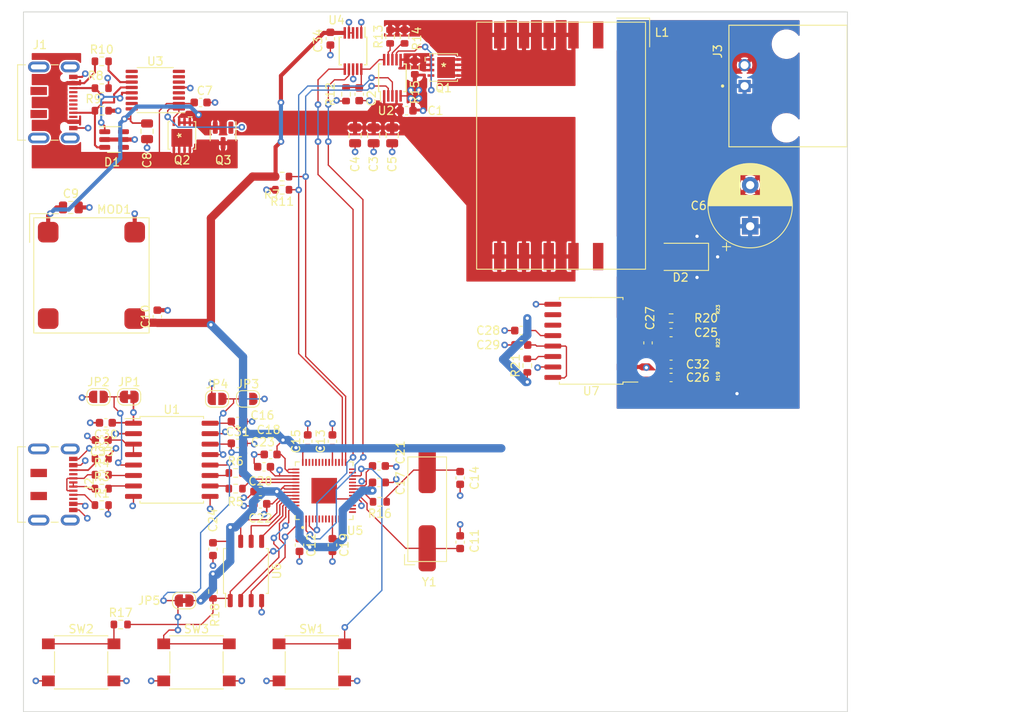
<source format=kicad_pcb>
(kicad_pcb (version 20211014) (generator pcbnew)
  (layers (0 "F.Cu" signal) (1 "In1.Cu" signal) (2 "In2.Cu" signal) (31 "B.Cu" signal) (34 "B.Paste" user) (35 "F.Paste" user) (36 "B.SilkS" user "B.Silkscreen") (37 "F.SilkS" user "F.Silkscreen") (38 "B.Mask" user) (39 "F.Mask" user) (44 "Edge.Cuts" user))
  (net 0 "")
  (net 1 "+20V_USBPD")
  (net 2 "GND")
  (net 3 "/HV_Flyback/RBG")
  (net 4 "GND2")
  (net 5 "VBUS")
  (net 6 "Net-(C11-Pad1)")
  (net 7 "Net-(C14-Pad1)")
  (net 8 "+1V1")
  (net 9 "Net-(C25-Pad1)")
  (net 10 "Net-(C26-Pad2)")
  (net 11 "Net-(C27-Pad2)")
  (net 12 "Net-(C29-Pad2)")
  (net 13 "GND1")
  (net 14 "/USBPD_IN/CC1")
  (net 15 "/USBPD_IN/CC2")
  (net 18 "Net-(D2-Pad2)")
  (net 26 "Net-(J2-PadA5)")
  (net 27 "/ISO_USB/HOST_DP")
  (net 28 "/ISO_USB/HOST_DN")
  (net 30 "Net-(J2-PadB5)")
  (net 33 "Net-(JP1-Pad1)")
  (net 34 "Net-(JP3-Pad1)")
  (net 35 "/USBPD_IN/VBUSG")
  (net 36 "Net-(R3-Pad2)")
  (net 37 "Net-(R4-Pad2)")
  (net 38 "Net-(R5-Pad1)")
  (net 39 "/ISO_USB/ISO_DP")
  (net 40 "Net-(R6-Pad1)")
  (net 41 "/ISO_USB/ISO_DN")
  (net 42 "/HV_Flyback/nDone")
  (net 43 "Net-(R10-Pad2)")
  (net 44 "/HV_Flyback/CHARGE")
  (net 45 "Net-(R13-Pad1)")
  (net 46 "Net-(L1-Pad3)")
  (net 47 "Net-(R14-Pad1)")
  (net 48 "Net-(Q1-Pad1)")
  (net 49 "Net-(R16-Pad2)")
  (net 50 "/RP2040/nUSB_BOOT")
  (net 51 "/RP2040/QSPI_SS")
  (net 52 "/HVMeasurement/DIAG")
  (net 53 "Net-(Q1-Pad4)")
  (net 55 "/HV_Flyback/SCL")
  (net 56 "/HV_Flyback/SDA")
  (net 63 "/RP2040/RUN")
  (net 65 "/RP2040/QSPI_SD3")
  (net 66 "/RP2040/QSPI_SCLK")
  (net 67 "/RP2040/QSPI_SD0")
  (net 68 "/RP2040/QSPI_SD2")
  (net 69 "/RP2040/QSPI_SD1")
  (net 91 "/HVMeasurement/DOUT")
  (net 92 "/HVMeasurement/CLKIN")
  (net 93 "/ISO_USB/VDD1")
  (net 97 "/ISO_USB/PIN")
  (net 98 "+HV")
  (net 99 "+3.3V")
  (net 100 "+VBUS_USB")
  (net 103 "Net-(R19-Pad2)")
  (net 104 "Net-(R22-Pad2)")
  (footprint "Resistor_SMD:R_0603_1608Metric" (layer "F.Cu") (at 113.15 54 -90)
    (fp_text reference "R12")
    (fp_text value "R")
  )
  (footprint "Capacitor_SMD:C_0603_1608Metric" (layer "F.Cu") (at 84 93.9 180)
    (fp_text reference "C30")
    (fp_text value "100nF")
  )
  (footprint "PD_HV_footprints:RESC1632X60N" (layer "F.Cu") (at 160.6 83.94 90)
    (fp_text reference "R22")
    (fp_text value "100k")
  )
  (footprint "Capacitor_SMD:C_0603_1608Metric" (layer "F.Cu") (at 102.75 103.75 180)
    (fp_text reference "C22")
    (fp_text value "100nF")
  )
  (footprint "Capacitor_SMD:C_0603_1608Metric" (layer "F.Cu") (at 107.5 108.75 -90)
    (fp_text reference "C12")
    (fp_text value "1uF")
  )
  (footprint "Resistor_SMD:R_0603_1608Metric" (layer "F.Cu") (at 152.6 81.2)
    (fp_text reference "R20")
    (fp_text value "1k")
  )
  (footprint "Package_TO_SOT_SMD:SOT-23" (layer "F.Cu") (at 98.225 59 -90)
    (fp_text reference "Q3")
    (fp_text value "AO3400A")
  )
  (footprint "Capacitor_SMD:C_0603_1608Metric" (layer "F.Cu") (at 104 97.75 180)
    (fp_text reference "C18")
    (fp_text value "100nF")
  )
  (footprint "Resistor_SMD:R_0603_1608Metric" (layer "F.Cu") (at 85.8 118.4)
    (fp_text reference "R17")
    (fp_text value "1k")
  )
  (footprint "Resistor_SMD:R_0603_1608Metric" (layer "F.Cu") (at 83.5 100.215)
    (fp_text reference "R4")
    (fp_text value "24")
  )
  (footprint "Package_SO:SOIC-8_5.23x5.23mm_P1.27mm" (layer "F.Cu") (at 101 111.9 90)
    (fp_text reference "U6")
    (fp_text value "W25Q128JVS")
  )
  (footprint "Resistor_SMD:R_0603_1608Metric" (layer "F.Cu") (at 117.25 103.5 180)
    (fp_text reference "R16")
    (fp_text value "1k")
  )
  (footprint "Capacitor_SMD:C_0603_1608Metric" (layer "F.Cu") (at 108.5 96.15 90)
    (fp_text reference "C15")
    (fp_text value "100nF")
  )
  (footprint "Jumper:SolderJumper-2_P1.3mm_Bridged_RoundedPad1.0x1.5mm" (layer "F.Cu") (at 93.5 115.5)
    (fp_text reference "JP5")
    (fp_text value "~")
  )
  (footprint "PD_HV_footprints:DFN3X3A_8L_EPA1_P_AOS" (layer "F.Cu") (at 125 50.75)
    (fp_text reference "Q1")
    (fp_text value "AON7296" hide)
  )
  (footprint "Capacitor_SMD:C_0603_1608Metric" (layer "F.Cu") (at 103.2 99.25 180)
    (fp_text reference "C23")
    (fp_text value "100nF")
  )
  (footprint "Package_SO:SOIC-16W_7.5x10.3mm_P1.27mm" (layer "F.Cu") (at 92 98.4)
    (fp_text reference "U1")
    (fp_text value "~")
  )
  (footprint "Button_Switch_SMD:SW_SPST_PTS645" (layer "F.Cu") (at 81 123)
    (fp_text reference "SW2")
    (fp_text value "SW_SPST")
  )
  (footprint "Capacitor_SMD:C_0603_1608Metric" (layer "F.Cu") (at 100 93.75)
    (fp_text reference "C16")
    (fp_text value "100nF")
  )
  (footprint "Capacitor_SMD:C_0603_1608Metric" (layer "F.Cu") (at 111.5 108.75 -90)
    (fp_text reference "C19")
    (fp_text value "100nF")
  )
  (footprint "Capacitor_SMD:C_0805_2012Metric" (layer "F.Cu") (at 116.5 59 -90)
    (fp_text reference "C3")
    (fp_text value "22uF")
  )
  (footprint "Capacitor_THT:CP_Radial_D10.0mm_P5.00mm" (layer "F.Cu") (at 162.2 70.035354 90)
    (fp_text reference "C6")
    (fp_text value "3.3u")
  )
  (footprint "Jumper:SolderJumper-2_P1.3mm_Open_RoundedPad1.0x1.5mm" (layer "F.Cu") (at 97.5 91)
    (fp_text reference "JP4")
    (fp_text value "~")
  )
  (footprint "Capacitor_SMD:C_0603_1608Metric" (layer "F.Cu") (at 120.5 56)
    (fp_text reference "C1")
    (fp_text value "10u")
  )
  (footprint "Capacitor_SMD:C_0603_1608Metric" (layer "F.Cu") (at 111.25 47.25 -90)
    (fp_text reference "C34")
    (fp_text value "100nF")
  )
  (footprint "Resistor_SMD:R_0603_1608Metric" (layer "F.Cu") (at 120.25 47 90)
    (fp_text reference "R14")
    (fp_text value "43k 1%")
  )
  (footprint "RP2040:QFN40P700X700X90-57N" (layer "F.Cu") (at 110.5 102.15 90)
    (fp_text reference "U5")
    (fp_text value "RP2040")
  )
  (footprint "Resistor_SMD:R_0603_1608Metric" (layer "F.Cu") (at 83.5 53.2625)
    (fp_text reference "R8")
    (fp_text value "5.1k")
  )
  (footprint "Package_TO_SOT_SMD:SOT-23-6" (layer "F.Cu") (at 85 59.5)
    (fp_text reference "D1")
    (fp_text value "ESDA6V1BC6")
  )
  (footprint "Capacitor_SMD:C_0603_1608Metric" (layer "F.Cu") (at 102.75 102.25 180)
    (fp_text reference "C20")
    (fp_text value "100nF")
  )
  (footprint "Resistor_SMD:R_0603_1608Metric" (layer "F.Cu") (at 83.5 98.25)
    (fp_text reference "R2")
    (fp_text value "5.1k")
  )
  (footprint "Package_SO:MSOP-10_3x3mm_P0.5mm" (layer "F.Cu") (at 118.775 52 90)
    (fp_text reference "U2")
    (fp_text value "LT3750A")
  )
  (footprint "Capacitor_SMD:C_0603_1608Metric" (layer "F.Cu") (at 149.8 84.2 90)
    (fp_text reference "C27")
    (fp_text value "100nF")
  )
  (footprint "Package_SO:SOIC-16W_7.5x10.3mm_P1.27mm" (layer "F.Cu") (at 142.9 83.95 180)
    (fp_text reference "U7")
    (fp_text value "AMC3336-Q1")
  )
  (footprint "Resistor_SMD:R_0603_1608Metric" (layer "F.Cu") (at 83.5 103.9)
    (fp_text reference "R1")
    (fp_text value "5.1k")
  )
  (footprint "Capacitor_SMD:C_0603_1608Metric" (layer "F.Cu") (at 117.14 99.15)
    (fp_text reference "C21")
    (fp_text value "1uF")
  )
  (footprint "Capacitor_SMD:C_0603_1608Metric" (layer "F.Cu") (at 152.6 86.8)
    (fp_text reference "C32")
    (fp_text value "100nF")
  )
  (footprint "Resistor_SMD:R_0603_1608Metric" (layer "F.Cu") (at 83.5 56)
    (fp_text reference "R9")
    (fp_text value "5.1k")
  )
  (footprint "Resistor_SMD:R_0603_1608Metric" (layer "F.Cu") (at 99.75 101.9)
    (fp_text reference "R5")
    (fp_text value "24")
  )
  (footprint "Capacitor_SMD:C_0603_1608Metric" (layer "F.Cu") (at 100 96.4)
    (fp_text reference "C31")
    (fp_text value "100nF")
  )
  (footprint "Capacitor_SMD:C_0805_2012Metric" (layer "F.Cu") (at 79.75 67.75)
    (fp_text reference "C9")
    (fp_text value "10uF")
  )
  (footprint "Capacitor_SMD:C_0603_1608Metric" (layer "F.Cu") (at 127 108.4 90)
    (fp_text reference "C11")
    (fp_text value "27p")
  )
  (footprint "PD_HV_footprints:TE_5227161-2" (layer "F.Cu") (at 166.6 53 -90)
    (fp_text reference "J3")
    (fp_text value "Conn_Coaxial")
  )
  (footprint "Resistor_SMD:R_0603_1608Metric" (layer "F.Cu") (at 99.75 100)
    (fp_text reference "R6")
    (fp_text value "24")
  )
  (footprint "Button_Switch_SMD:SW_SPST_PTS645" (layer "F.Cu") (at 95 123)
    (fp_text reference "SW3")
    (fp_text value "SW_SPST")
  )
  (footprint "PD_HV_footprints:DFN3X3A_8L_EPA1_P_AOS" (layer "F.Cu") (at 93.225 59 -90)
    (fp_text reference "Q2")
    (fp_text value "AON7410" hide)
  )
  (footprint "PD_HV_footprints:DA2034-AL" (layer "F.Cu") (at 139.25 60.25 -90)
    (fp_text reference "L1")
    (fp_text value "DA2034-AL")
  )
  (footprint "Capacitor_SMD:C_0603_1608Metric" (layer "F.Cu") (at 114.75 54 -90)
    (fp_text reference "C2")
    (fp_text value "100pF")
  )
  (footprint "Jumper:SolderJumper-2_P1.3mm_Open_RoundedPad1.0x1.5mm" (layer "F.Cu") (at 101.25 91)
    (fp_text reference "JP3")
    (fp_text value "~")
  )
  (footprint "Resistor_SMD:R_0603_1608Metric" (layer "F.Cu") (at 121.5 50.75 -90)
    (fp_text reference "R15")
    (fp_text value ".024 Ohm 1% 1/3W")
  )
  (footprint "Connector_USB:USB_C_Receptacle_JAE_DX07S016JA1R1500" (layer "F.Cu") (at 77 55 -90)
    (fp_text reference "J1")
    (fp_text value "USB_C_Receptacle")
  )
  (footprint "Resistor_SMD:R_0603_1608Metric" (layer "F.Cu") (at 105.4 65.6 180)
    (fp_text reference "R11")
    (fp_text value "10k")
  )
  (footprint "Capacitor_SMD:C_0603_1608Metric" (layer "F.Cu") (at 134.425 84.45)
    (fp_text reference "C29")
    (fp_text value "100nF")
  )
  (footprint "Resistor_SMD:R_0603_1608Metric" (layer "F.Cu") (at 83.5 101.9)
    (fp_text reference "R3")
    (fp_text value "24")
  )
  (footprint "Button_Switch_SMD:SW_SPST_PTS645" (layer "F.Cu") (at 109 123)
    (fp_text reference "SW1")
    (fp_text value "SW_SPST")
  )
  (footprint "Capacitor_SMD:C_0603_1608Metric" (layer "F.Cu") (at 83.5 96 180)
    (fp_text reference "C33")
    (fp_text value "100nF")
  )
  (footprint "Jumper:SolderJumper-2_P1.3mm_Open_RoundedPad1.0x1.5mm" (layer "F.Cu") (at 83.1 90.75)
    (fp_text reference "JP2")
    (fp_text value "~")
  )
  (footprint "Capacitor_SMD:C_0603_1608Metric" (layer "F.Cu") (at 97 109.25 -90)
    (fp_text reference "C24")
    (fp_text value "100nF")
  )
  (footprint "Diode_SMD:D_SMA" (layer "F.Cu") (at 153.75 73.75 180)
    (fp_text reference "D2")
    (fp_text value "600V")
  )
  (footprint "Capacitor_SMD:C_0603_1608Metric" (layer "F.Cu") (at 152.6 82.95)
    (fp_text reference "C25")
    (fp_text value "1nF")
  )
  (footprint "Resistor_SMD:R_0603_1608Metric" (layer "F.Cu") (at 97 114.4 -90)
    (fp_text reference "R18")
    (fp_text value "10k")
  )
  (footprint "Capacitor_SMD:C_0603_1608Metric" (layer "F.Cu") (at 95.5 55)
    (fp_text reference "C7")
    (fp_text value "1uF")
  )
  (footprint "PD_HV_footprints:RESC1632X60N" (layer "F.Cu") (at 160.6 88 90)
    (fp_text reference "R19")
    (fp_text value "100k")
  )
  (footprint "Capacitor_SMD:C_0603_1608Metric" (layer "F.Cu") (at 117.14 101.15)
    (fp_text reference "C17")
    (fp_text value "100nF")
  )
  (footprint "PD_HV_footprints:MORNSUN_K7803JT-500R3-LB" (layer "F.Cu") (at 82.25 76)
    (fp_text reference "MOD1")
    (fp_text value "K7803JT-500R3-LB")
  )
  (footprint "Capacitor_SMD:C_0805_2012Metric" (layer "F.Cu") (at 89 58.5 -90)
    (fp_text reference "C8")
    (fp_text value "10uF")
  )
  (footprint "Resistor_SMD:R_0603_1608Metric" (layer "F.Cu") (at 105.4 64)
    (fp_text reference "R7")
    (fp_text value "10k")
  )
  (footprint "Package_SO:MSOP-10_3x3mm_P0.5mm" (layer "F.Cu") (at 114 48.75 -90)
    (fp_text reference "U4")
    (fp_text value "AD5170BRMZ2.5")
  )
  (footprint "Resistor_SMD:R_0603_1608Metric" (layer "F.Cu") (at 118.5 47 90)
    (fp_text reference "R13")
    (fp_text value "12k 1%")
  )
  (footprint "Capacitor_SMD:C_0805_2012Metric" (layer "F.Cu") (at 118.75 59 -90)
    (fp_text reference "C5")
    (fp_text value "22uF")
  )
  (footprint "Capacitor_SMD:C_0603_1608Metric" (layer "F.Cu") (at 90.25 81 90)
    (fp_text reference "C10")
    (fp_text value "22uF")
  )
  (footprint "Resistor_SMD:R_0603_1608Metric" (layer "F.Cu") (at 135.15 86.95 90)
    (fp_text reference "R21")
    (fp_text value "4k7")
  )
  (footprint "Capacitor_SMD:C_0603_1608Metric" (layer "F.Cu") (at 127 100.6 -90)
    (fp_text reference "C14")
    (fp_text value "27p")
  )
  (footprint "Package_SO:TSSOP-16_4.4x5mm_P0.65mm" (layer "F.Cu") (at 90 53.5 180)
    (fp_text reference "U3")
    (fp_text value "IP2721")
  )
  (footprint "Connector_USB:USB_C_Receptacle_JAE_DX07S016JA1R1500" (layer "F.Cu") (at 77 101.4 -90)
    (fp_text reference "J2")
    (fp_text value "USB_C_Receptacle")
  )
  (footprint "PD_HV_footprints:RESC1632X60N" (layer "F.Cu") (at 160.6 79.88 90)
    (fp_text reference "R23")
    (fp_text value "100k")
  )
  (footprint "PD_HV_footprints:ABLS-2SMD-XTAL" (layer "F.Cu") (at 123 104.4 90)
    (fp_text reference "Y1")
    (fp_text value "Crystal")
  )
  (footprint "Capacitor_SMD:C_0603_1608Metric" (layer "F.Cu") (at 152.6 88.4 180)
    (fp_text reference "C26")
    (fp_text value "1uF")
  )
  (footprint "Jumper:SolderJumper-2_P1.3mm_Bridged_RoundedPad1.0x1.5mm" (layer "F.Cu") (at 86.83 90.75)
    (fp_text reference "JP1")
    (fp_text value "~")
  )
  (footprint "Capacitor_SMD:C_0805_2012Metric" (layer "F.Cu") (at 114.25 59 -90)
    (fp_text reference "C4")
    (fp_text value "22uF")
  )
  (footprint "Capacitor_SMD:C_0603_1608Metric" (layer "F.Cu") (at 134.4 82.7)
    (fp_text reference "C28")
    (fp_text value "1uF")
  )
  (footprint "Capacitor_SMD:C_0603_1608Metric" (layer "F.Cu") (at 111.5 96.15 90)
    (fp_text reference "C13")
    (fp_text value "100nF")
  )
  (footprint "Resistor_SMD:R_0603_1608Metric" (layer "F.Cu") (at 83.5 50)
    (fp_text reference "R10")
    (fp_text value "100k")
  )
  (gr_rect (start 74 129) (end 174 44) (layer "Edge.Cuts") (width 0.1) (fill none))
  (segment (start 87.1375 55.775) (end 87 55.9125) (width 0.2) (layer "F.Cu") (net 1))
  (segment (start 77 70.75) (end 77 68.75) (width 0.5) (layer "F.Cu") (net 1))
  (segment (start 77 68.75) (end 77.25 68.5) (width 0.5) (layer "F.Cu") (net 1))
  (segment (start 87 57.25) (end 87.25 57.5) (width 0.2) (layer "F.Cu") (net 1))
  (segment (start 78.8 67.75) (end 78 67.75) (width 0.5) (layer "F.Cu") (net 1))
  (segment (start 78 67.75) (end 77.25 68.5) (width 0.5) (layer "F.Cu") (net 1))
  (segment (start 87 57) (end 87 57.25) (width 0.2) (layer "F.Cu") (net 1))
  (segment (start 87 55.9125) (end 87 57) (width 0.2) (layer "F.Cu") (net 1))
  (segment (start 87.25 57.5) (end 88.95 57.5) (width 0.2) (layer "F.Cu") (net 1))
  (segment (start 87 57) (end 86.25 57) (width 0.2) (layer "F.Cu") (net 1))
  (via (at 86.25 57) (size 0.8) (drill 0.4) (layers "F.Cu" "B.Cu") (net 1))
  (via (at 95.25 56.5) (size 0.8) (drill 0.4) (layers "F.Cu" "B.Cu") (net 1))
  (via (at 77.25 68.5) (size 0.8) (drill 0.4) (layers "F.Cu" "B.Cu") (net 1))
  (segment (start 94.25 55.5) (end 87.75 55.5) (width 0.5) (layer "B.Cu") (net 1))
  (segment (start 77.75 68) (end 77.25 68.5) (width 0.5) (layer "B.Cu") (net 1))
  (segment (start 85.75 57.5) (end 85.75 61.75) (width 0.5) (layer "B.Cu") (net 1))
  (segment (start 87.75 55.5) (end 85.75 57.5) (width 0.5) (layer "B.Cu") (net 1))
  (segment (start 95.25 56.5) (end 94.25 55.5) (width 0.5) (layer "B.Cu") (net 1))
  (segment (start 85.75 61.75) (end 79.5 68) (width 0.5) (layer "B.Cu") (net 1))
  (segment (start 79.5 68) (end 77.75 68) (width 0.5) (layer "B.Cu") (net 1))
  (segment (start 114 52.129528) (end 114.022825 52.152353) (width 0.16) (layer "F.Cu") (net 2))
  (segment (start 119.15 99.15) (end 119.25 99.25) (width 0.16) (layer "F.Cu") (net 2))
  (segment (start 87.5 70.75) (end 87.5 68.5) (width 0.5) (layer "F.Cu") (net 2))
  (segment (start 89 59.45) (end 89 60.5) (width 0.16) (layer "F.Cu") (net 2))
  (segment (start 100.75 104) (end 101.725 104) (width 0.16) (layer "F.Cu") (net 2))
  (segment (start 121 54.5) (end 120.7 54.2) (width 0.16) (layer "F.Cu") (net 2))
  (segment (start 121.5 51.575) (end 121.5 52.5705) (width 0.16) (layer "F.Cu") (net 2))
  (segment (start 97 110.025) (end 97 111) (width 0.16) (layer "F.Cu") (net 2))
  (segment (start 138.25 87.125) (end 136.475 87.125) (width 0.16) (layer "F.Cu") (net 2))
  (segment (start 114.640884 103.15) (end 113.935 103.15) (width 0.16) (layer "F.Cu") (net 2))
  (segment (start 112.075 54.825) (end 113.15 54.825) (width 0.16) (layer "F.Cu") (net 2))
  (segment (start 96.275 55) (end 97.25 55) (width 0.2) (layer "F.Cu") (net 2))
  (segment (start 103.225 97.75) (end 102 97.75) (width 0.16) (layer "F.Cu") (net 2))
  (segment (start 133.625 82.7) (end 132.4 82.7) (width 0.16) (layer "F.Cu") (net 2))
  (segment (start 91.475 80.225) (end 91.5 80.25) (width 0.5) (layer "F.Cu") (net 2))
  (segment (start 115 46.55) (end 115 45.25) (width 0.16) (layer "F.Cu") (net 2))
  (segment (start 104.575 65.6) (end 103.4995 65.6) (width 0.5) (layer "F.Cu") (net 2))
  (segment (start 114 50.95) (end 114 52) (width 0.16) (layer "F.Cu") (net 2))
  (segment (start 101.9 96.4) (end 102 96.5) (width 0.16) (layer "F.Cu") (net 2))
  (segment (start 102.905 116.905) (end 102.905 115.5) (width 0.16) (layer "F.Cu") (net 2))
  (segment (start 118.85 101.15) (end 119.25 100.75) (width 0.16) (layer "F.Cu") (net 2))
  (segment (start 96.65 104.35) (end 96.65 102.845) (width 0.16) (layer "F.Cu") (net 2))
  (segment (start 100.775 96.4) (end 101.9 96.4) (width 0.16) (layer "F.Cu") (net 2))
  (segment (start 115.975 54.775) (end 114.75 54.775) (width 0.16) (layer "F.Cu") (net 2))
  (segment (start 112 54.75) (end 112.075 54.825) (width 0.16) (layer "F.Cu") (net 2))
  (segment (start 127 101.375) (end 127 102.5) (width 0.16) (layer "F.Cu") (net 2))
  (segment (start 100.75 103) (end 101.225 103) (width 0.16) (layer "F.Cu") (net 2))
  (segment (start 136.475 87.125) (end 136.4 87.2) (width 0.16) (layer "F.Cu") (net 2))
  (segment (start 101.225 103) (end 101.975 102.25) (width 0.16) (layer "F.Cu") (net 2))
  (segment (start 113.5 46.55) (end 114 46.55) (width 0.16) (layer "F.Cu") (net 2))
  (segment (start 94.175 53.175) (end 94.25 53.25) (width 0.2) (layer "F.Cu") (net 2))
  (segment (start 114 52) (end 114 52.129528) (width 0.16) (layer "F.Cu") (net 2))
  (segment (start 77.02 125.25) (end 75.5 125.25) (width 0.16) (layer "F.Cu") (net 2))
  (segment (start 111.5 109.525) (end 111.5 110.75) (width 0.16) (layer "F.Cu") (net 2))
  (segment (start 83.8625 59.5) (end 86.1375 59.5) (width 0.5) (layer "F.Cu") (net 2))
  (segment (start 100.775 93.75) (end 101.75 93.75) (width 0.16) (layer "F.Cu") (net 2))
  (segment (start 138.25 79.505) (end 136.205 79.505) (width 0.16) (layer "F.Cu") (net 2))
  (segment (start 105.02 125.25) (end 103.5 125.25) (width 0.16) (layer "F.Cu") (net 2))
  (segment (start 81.1 51.9) (end 81.5 51.5) (width 0.25) (layer "F.Cu") (net 2))
  (segment (start 120.7 54.2) (end 119.775 54.2) (width 0.16) (layer "F.Cu") (net 2))
  (segment (start 92.8625 53.175) (end 94.175 53.175) (width 0.2) (layer "F.Cu") (net 2))
  (segment (start 113.935 103.15) (end 111.5 103.15) (width 0.16) (layer "F.Cu") (net 2))
  (segment (start 117.915 99.15) (end 119.15 99.15) (width 0.16) (layer "F.Cu") (net 2))
  (segment (start 111.25 48.025) (end 111.25 49.25) (width 0.16) (layer "F.Cu") (net 2))
  (segment (start 84.325 52.137618) (end 84.218691 52.031309) (width 0.2) (layer "F.Cu") (net 2))
  (segment (start 114.25 59.95) (end 114.25 61) (width 0.16) (layer "F.Cu") (net 2))
  (segment (start 84.325 56) (end 85.5 56) (width 0.5) (layer "F.Cu") (net 2))
  (segment (start 127 102.5) (end 127 102.75) (width 0.16) (layer "F.Cu") (net 2))
  (segment (start 117.915 101.15) (end 118.85 101.15) (width 0.16) (layer "F.Cu") (net 2))
  (segment (start 112.98 125.25) (end 114.5 125.25) (width 0.16) (layer "F.Cu") (net 2))
  (segment (start 121.275 56) (end 122.5 56) (width 0.16) (layer "F.Cu") (net 2))
  (segment (start 81.8505 58.1) (end 80.05 58.1) (width 0.2) (layer "F.Cu") (net 2))
  (segment (start 97 111) (end 97 111.25) (width 0.16) (layer "F.Cu") (net 2))
  (segment (start 127 107.625) (end 127 106.25) (width 0.16) (layer "F.Cu") (net 2))
  (segment (start 80.05 51.9) (end 81.1 51.9) (width 0.25) (layer "F.Cu") (net 2))
  (segment (start 108.5 95.375) (end 108.5 94) (width 0.16) (layer "F.Cu") (net 2))
  (segment (start 96.65 95.225) (end 98.275 95.225) (width 0.16) (layer "F.Cu") (net 2))
  (segment (start 86.1375 59.5) (end 87.5 59.5) (width 0.5) (layer "F.Cu") (net 2))
  (segment (start 84.98 125.25) (end 86.5 125.25) (width 0.16) (layer "F.Cu") (net 2))
  (segment (start 98.98 125.25) (end 100.5 125.25) (width 0.16) (layer "F.Cu") (net 2))
  (segment (start 102 97.75) (end 102 98.825) (width 0.16) (layer "F.Cu") (net 2))
  (segment (start 96.85 89.15) (end 96.85 91) (width 0.16) (layer "F.Cu") (net 2))
  (segment (start 111.5 95.375) (end 111.5 94) (width 0.16) (layer "F.Cu") (net 2))
  (segment (start 98.275 95.225) (end 98.5 95) (width 0.16) (layer "F.Cu") (net 2))
  (segment (start 133.65 84.45) (end 132.4 84.45) (width 0.16) (layer "F.Cu") (net 2))
  (segment (start 102 98.825) (end 102.425 99.25) (width 0.16) (layer "F.Cu") (net 2))
  (segment (start 82 67.75) (end 80.95 67.75) (width 0.5) (layer "F.Cu") (net 2))
  (segment (start 113.5 46.55) (end 113.5 45.25) (width 0.16) (layer "F.Cu") (net 2))
  (segment (start 118.75 59.95) (end 118.75 61) (width 0.16) (layer "F.Cu") (net 2))
  (segment (start 115.01952 103.528636) (end 114.640884 103.15) (width 0.16) (layer "F.Cu") (net 2))
  (segment (start 91.02 125.25) (end 89.5 125.25) (width 0.16) (layer "F.Cu") (net 2))
  (segment (start 116.5 59.95) (end 116.5 61) (width 0.16) (layer "F.Cu") (net 2))
  (segment (start 115.01952 103.98048) (end 115.01952 103.528636) (width 0.16) (layer "F.Cu") (net 2))
  (segment (start 107.5 109.525) (end 107.5 110.75) (width 0.16) (layer "F.Cu") (net 2))
  (segment (start 90.25 80.225) (end 91.475 80.225) (width 0.5) (layer "F.Cu") (net 2))
  (segment (start 84.325 53.2625) (end 84.325 52.137618) (width 0.2) (layer "F.Cu") (net 2))
  (via (at 122 53.5) (size 0.8) (drill 0.4) (layers "F.Cu" "B.Cu") (net 2))
  (via (at 91.5 80.25) (size 0.8) (drill 0.4) (layers "F.Cu" "B.Cu") (net 2))
  (via (at 101.75 93.75) (size 0.8) (drill 0.4) (layers "F.Cu" "B.Cu") (net 2))
  (via (at 75.5 125.25) (size 0.8) (drill 0.4) (layers "F.Cu" "B.Cu") (net 2))
  (via (at 102 97.75) (size 0.8) (drill 0.4) (layers "F.Cu" "B.Cu") (net 2))
  (via (at 127 106.25) (size 0.8) (drill 0.4) (layers "F.Cu" "B.Cu") (net 2))
  (via (at 82 67.75) (size 0.8) (drill 0.4) (layers "F.Cu" "B.Cu") (net 2))
  (via (at 122.5 56) (size 0.8) (drill 0.4) (layers "F.Cu" "B.Cu") (net 2))
  (via (at 121 53.5) (size 0.8) (drill 0.4) (layers "F.Cu" "B.Cu") (net 2))
  (via (at 85.5 56) (size 0.8) (drill 0.4) (layers "F.Cu" "B.Cu") (net 2))
  (via (at 103.5 125.25) (size 0.8) (drill 0.4) (layers "F.Cu" "B.Cu") (net 2))
  (via (at 114.25 61) (size 0.8) (drill 0.4) (layers "F.Cu" "B.Cu") (net 2))
  (via (at 81.8505 58.1) (size 0.8) (drill 0.4) (layers "F.Cu" "B.Cu") (net 2))
  (via (at 98.5 95) (size 0.8) (drill 0.4) (layers "F.Cu" "B.Cu") (net 2))
  (via (at 84.218691 52.031309) (size 0.8) (drill 0.4) (layers "F.Cu" "B.Cu") (net 2))
  (via (at 112 54.75) (size 0.8) (drill 0.4) (layers "F.Cu" "B.Cu") (net 2))
  (via (at 111.25 49.25) (size 0.8) (drill 0.4) (layers "F.Cu" "B.Cu") (net 2))
  (via (at 102 96.5) (size 0.8) (drill 0.4) (layers "F.Cu" "B.Cu") (net 2))
  (via (at 116.5 61) (size 0.8) (drill 0.4) (layers "F.Cu" "B.Cu") (net 2))
  (via (at 115 45.25) (size 0.8) (drill 0.4) (layers "F.Cu" "B.Cu") (net 2))
  (via (at 115.975 54.775) (size 0.8) (drill 0.4) (layers "F.Cu" "B.Cu") (net 2))
  (via (at 111.5 94) (size 0.8) (drill 0.4) (layers "F.Cu" "B.Cu") (net 2))
  (via (at 100.5 125.25) (size 0.8) (drill 0.4) (layers "F.Cu" "B.Cu") (net 2))
  (via (at 107.5 110.75) (size 0.8) (drill 0.4) (layers "F.Cu" "B.Cu") (net 2))
  (via (at 100.75 103) (size 0.8) (drill 0.4) (layers "F.Cu" "B.Cu") (net 2))
  (via (at 122 54.5) (size 0.8) (drill 0.4) (layers "F.Cu" "B.Cu") (net 2))
  (via (at 89 60.5) (size 0.8) (drill 0.4) (layers "F.Cu" "B.Cu") (net 2))
  (via (at 114.022825 52.152353) (size 0.8) (drill 0.4) (layers "F.Cu" "B.Cu") (net 2))
  (via (at 111.5 110.75) (size 0.8) (drill 0.4) (layers "F.Cu" "B.Cu") (net 2))
  (via (at 89.5 125.25) (size 0.8) (drill 0.4) (layers "F.Cu" "B.Cu") (net 2))
  (via (at 87.5 59.5) (size 0.8) (drill 0.4) (layers "F.Cu" "B.Cu") (net 2))
  (via (at 87.5 68.5) (size 0.8) (drill 0.4) (layers "F.Cu" "B.Cu") (net 2))
  (via (at 136.4 87.2) (size 0.8) (drill 0.4) (layers "F.Cu" "B.Cu") (net 2))
  (via (at 96.65 104.35) (size 0.8) (drill 0.4) (layers "F.Cu" "B.Cu") (net 2))
  (via (at 97 111.25) (size 0.8) (drill 0.4) (layers "F.Cu" "B.Cu") (net 2))
  (via (at 102 97.75) (size 0.8) (drill 0.4) (layers "F.Cu" "B.Cu") (net 2))
  (via (at 96.85 89.15) (size 0.8) (drill 0.4) (layers "F.Cu" "B.Cu") (net 2))
  (via (at 132.4 84.45) (size 0.8) (drill 0.4) (layers "F.Cu" "B.Cu") (net 2))
  (via (at 132.4 82.7) (size 0.8) (drill 0.4) (layers "F.Cu" "B.Cu") (net 2))
  (via (at 94.25 53.25) (size 0.8) (drill 0.4) (layers "F.Cu" "B.Cu") (net 2))
  (via (at 100.75 104) (size 0.8) (drill 0.4) (layers "F.Cu" "B.Cu") (net 2))
  (via (at 114.5 125.25) (size 0.8) (drill 0.4) (layers "F.Cu" "B.Cu") (net 2))
  (via (at 81.5 51.5) (size 0.8) (drill 0.4) (layers "F.Cu" "B.Cu") (net 2))
  (via (at 118.75 61) (size 0.8) (drill 0.4) (layers "F.Cu" "B.Cu") (net 2))
  (via (at 97.25 55) (size 0.8) (drill 0.4) (layers "F.Cu" "B.Cu") (net 2))
  (via (at 86.5 125.25) (size 0.8) (drill 0.4) (layers "F.Cu" "B.Cu") (net 2))
  (via (at 136.205 79.505) (size 0.8) (drill 0.4) (layers "F.Cu" "B.Cu") (net 2))
  (via (at 119.25 100.75) (size 0.8) (drill 0.4) (layers "F.Cu" "B.Cu") (net 2))
  (via (at 103.4995 65.6) (size 0.8) (drill 0.4) (layers "F.Cu" "B.Cu") (net 2))
  (via (at 102.905 116.905) (size 0.8) (drill 0.4) (layers "F.Cu" "B.Cu") (net 2))
  (via (at 115.01952 103.98048) (size 0.8) (drill 0.4) (layers "F.Cu" "B.Cu") (net 2))
  (via (at 108.5 94) (size 0.8) (drill 0.4) (layers "F.Cu" "B.Cu") (net 2))
  (via (at 119.25 99.25) (size 0.8) (drill 0.4) (layers "F.Cu" "B.Cu") (net 2))
  (via (at 121 54.5) (size 0.8) (drill 0.4) (layers "F.Cu" "B.Cu") (net 2))
  (via (at 127 102.75) (size 0.8) (drill 0.4) (layers "F.Cu" "B.Cu") (net 2))
  (via (at 113.5 45.25) (size 0.8) (drill 0.4) (layers "F.Cu" "B.Cu") (net 2))
  (segment (start 116.05 50.95) (end 117.2 49.8) (width 0.16) (layer "F.Cu") (net 3))
  (segment (start 113.15 53.175) (end 114.7 53.175) (width 0.16) (layer "F.Cu") (net 3))
  (segment (start 115 50.95) (end 115 52.975) (width 0.16) (layer "F.Cu") (net 3))
  (segment (start 117.2 49.8) (end 117.775 49.8) (width 0.16) (layer "F.Cu") (net 3))
  (segment (start 115 50.95) (end 116.05 50.95) (width 0.16) (layer "F.Cu") (net 3))
  (via (at 149.6 87.2) (size 0.8) (drill 0.4) (layers "F.Cu" "B.Cu") (net 4))
  (segment (start 81.375305 52.65) (end 82.675 51.350305) (width 0.25) (layer "F.Cu") (net 5))
  (segment (start 79.379594 57.35) (end 80.05 57.35) (width 0.25) (layer "F.Cu") (net 5))
  (segment (start 92.8625 55.125) (end 94.6 55.125) (width 0.16) (layer "F.Cu") (net 5))
  (segment (start 90.5 56) (end 90.5 61.75) (width 0.16) (layer "F.Cu") (net 5))
  (segment (start 82.675 51.350305) (end 82.675 50) (width 0.25) (layer "F.Cu") (net 5))
  (segment (start 91.375 55.125) (end 90.5 56) (width 0.16) (layer "F.Cu") (net 5))
  (segment (start 79 56.970406) (end 79.379594 57.35) (width 0.25) (layer "F.Cu") (net 5))
  (segment (start 79.35 52.65) (end 79 53) (width 0.25) (layer "F.Cu") (net 5))
  (segment (start 80.05 52.65) (end 79.35 52.65) (width 0.25) (layer "F.Cu") (net 5))
  (segment (start 91.75 61.75) (end 92.250001 61.249999) (width 0.16) (layer "F.Cu") (net 5))
  (segment (start 92.250001 61.249999) (end 92.250001 60.5494) (width 0.16) (layer "F.Cu") (net 5))
  (segment (start 92.8625 55.125) (end 91.375 55.125) (width 0.16) (layer "F.Cu") (net 5))
  (segment (start 90.5 61.75) (end 91.75 61.75) (width 0.16) (layer "F.Cu") (net 5))
  (segment (start 80.05 52.65) (end 81.375305 52.65) (width 0.25) (layer "F.Cu") (net 5))
  (segment (start 79 53) (end 79 56.970406) (width 0.25) (layer "F.Cu") (net 5))
  (segment (start 115.69952 103.698814) (end 115.69952 104.44952) (width 0.16) (layer "F.Cu") (net 6))
  (segment (start 127 109.175) (end 123.025 109.175) (width 0.16) (layer "F.Cu") (net 6))
  (segment (start 114.750706 102.75) (end 115.69952 103.698814) (width 0.16) (layer "F.Cu") (net 6))
  (segment (start 115.69952 104.44952) (end 120.4 109.15) (width 0.16) (layer "F.Cu") (net 6))
  (segment (start 120.4 109.15) (end 123 109.15) (width 0.16) (layer "F.Cu") (net 6))
  (segment (start 113.935 102.75) (end 114.750706 102.75) (width 0.16) (layer "F.Cu") (net 6))
  (segment (start 123 99.65) (end 126.825 99.65) (width 0.16) (layer "F.Cu") (net 7))
  (segment (start 121.35 99.65) (end 123 99.65) (width 0.16) (layer "F.Cu") (net 7))
  (segment (start 117.965 103.15) (end 117.965 103.035) (width 0.16) (layer "F.Cu") (net 7))
  (segment (start 117.965 103.035) (end 121.35 99.65) (width 0.16) (layer "F.Cu") (net 7))
  (segment (start 105.05 100.35) (end 104.54 100.35) (width 0.16) (layer "F.Cu") (net 8))
  (segment (start 105.613536 102.35) (end 104.213536 103.75) (width 0.16) (layer "F.Cu") (net 8))
  (segment (start 116.365 99.15) (end 115.6 99.915) (width 0.16) (layer "F.Cu") (net 8))
  (segment (start 115.047405 101.01332) (end 115.58668 101.01332) (width 0.16) (layer "F.Cu") (net 8))
  (segment (start 107.065 102.35) (end 105.613536 102.35) (width 0.16) (layer "F.Cu") (net 8))
  (segment (start 114.95 101.55) (end 113.935 101.55) (width 0.16) (layer "F.Cu") (net 8))
  (segment (start 103.975 99.785) (end 103.975 99.25) (width 0.16) (layer "F.Cu") (net 8))
  (segment (start 115.6 101) (end 115.6 101.375) (width 0.16) (layer "F.Cu") (net 8))
  (segment (start 115.58668 101.01332) (end 115.6 101) (width 0.16) (layer "F.Cu") (net 8))
  (segment (start 115.6 99.915) (end 115.6 101) (width 0.16) (layer "F.Cu") (net 8))
  (segment (start 115.088686 100.972039) (end 115.161929 100.972039) (width 0.16) (layer "F.Cu") (net 8))
  (segment (start 105.084764 100.315236) (end 105.05 100.35) (width 0.16) (layer "F.Cu") (net 8))
  (segment (start 105.084764 99.6385) (end 104.95 99.773264) (width 0.16) (layer "F.Cu") (net 8))
  (segment (start 104.213536 103.75) (end 104.025 103.75) (width 0.16) (layer "F.Cu") (net 8))
  (segment (start 103.525 103.75) (end 103.525 104.675) (width 0.2) (layer "F.Cu") (net 8))
  (segment (start 104.54 100.35) (end 103.975 99.785) (width 0.16) (layer "F.Cu") (net 8))
  (segment (start 107.065 100.35) (end 105.05 100.35) (width 0.16) (layer "F.Cu") (net 8))
  (segment (start 103.525 104.675) (end 103.2 105) (width 0.2) (layer "F.Cu") (net 8))
  (segment (start 115.425 101.55) (end 114.95 101.55) (width 0.16) (layer "F.Cu") (net 8))
  (segment (start 115.6 101.375) (end 115.425 101.55) (width 0.16) (layer "F.Cu") (net 8))
  (segment (start 105.084764 99.6385) (end 105.084764 100.315236) (width 0.16) (layer "F.Cu") (net 8))
  (segment (start 115.047405 101.01332) (end 115.088686 100.972039) (width 0.16) (layer "F.Cu") (net 8))
  (via (at 105.084764 99.6385) (size 0.8) (drill 0.4) (layers "F.Cu" "B.Cu") (net 8))
  (via (at 115.047405 101.01332) (size 0.8) (drill 0.4) (layers "F.Cu" "B.Cu") (net 8))
  (via (at 103.2 105) (size 0.8) (drill 0.4) (layers "F.Cu" "B.Cu") (net 8))
  (segment (start 151.84 81.04) (end 151.84 83.135) (width 0.5) (layer "F.Cu") (net 9))
  (segment (start 149.395 82.045) (end 150.24 81.2) (width 0.5) (layer "F.Cu") (net 9))
  (segment (start 152.2 79.2) (end 151.775 79.625) (width 0.5) (layer "F.Cu") (net 9))
  (segment (start 160.6 79.152) (end 160.552 79.2) (width 0.5) (layer "F.Cu") (net 9))
  (segment (start 160.552 79.2) (end 152.2 79.2) (width 0.5) (layer "F.Cu") (net 9))
  (segment (start 151.775 79.625) (end 151.775 81.2) (width 0.5) (layer "F.Cu") (net 9))
  (segment (start 150.24 81.2) (end 151.775 81.2) (width 0.5) (layer "F.Cu") (net 9))
  (segment (start 148.55 82.045) (end 149.395 82.045) (width 0.5) (layer "F.Cu") (net 9))
  (segment (start 150.305 85.855) (end 151.15 86.7) (width 0.16) (layer "F.Cu") (net 10))
  (segment (start 151.15 86.7) (end 151.875 86.7) (width 0.16) (layer "F.Cu") (net 10))
  (segment (start 148.55 85.855) (end 150.305 85.855) (width 0.16) (layer "F.Cu") (net 10))
  (segment (start 151.825 86.8) (end 151.825 88.4) (width 0.25) (layer "F.Cu") (net 10))
  (segment (start 147.55 88.395) (end 151.82 88.395) (width 0.2) (layer "F.Cu") (net 10))
  (segment (start 147.6 88.445) (end 147.55 88.395) (width 0.2) (layer "F.Cu") (net 10))
  (segment (start 151.82 88.395) (end 151.825 88.4) (width 0.2) (layer "F.Cu") (net 10))
  (segment (start 148.55 83.315) (end 149.79 83.315) (width 0.16) (layer "F.Cu") (net 11))
  (segment (start 149.79 83.315) (end 149.9 83.425) (width 0.16) (layer "F.Cu") (net 11))
  (segment (start 136.15 84.45) (end 135.2 84.45) (width 0.16) (layer "F.Cu") (net 12))
  (segment (start 138.25 84.585) (end 136.285 84.585) (width 0.16) (layer "F.Cu") (net 12))
  (segment (start 136.285 84.585) (end 136.15 84.45) (width 0.16) (layer "F.Cu") (net 12))
  (segment (start 139.65 88.45) (end 138.305 88.45) (width 0.16) (layer "F.Cu") (net 12))
  (segment (start 139.9 88.2) (end 139.65 88.45) (width 0.16) (layer "F.Cu") (net 12))
  (segment (start 138.25 84.585) (end 139.785 84.585) (width 0.16) (layer "F.Cu") (net 12))
  (segment (start 139.9 84.7) (end 139.9 88.2) (width 0.16) (layer "F.Cu") (net 12))
  (segment (start 139.785 84.585) (end 139.9 84.7) (width 0.16) (layer "F.Cu") (net 12))
  (segment (start 87.35 103.9) (end 87.25 104) (width 0.16) (layer "F.Cu") (net 13))
  (segment (start 83.225 93.9) (end 82.1 93.9) (width 0.2) (layer "F.Cu") (net 13))
  (segment (start 82.25 96) (end 81.75 95.5) (width 0.16) (layer "F.Cu") (net 13))
  (segment (start 84.325 103.9) (end 84.325 104.925) (width 0.16) (layer "F.Cu") (net 13))
  (segment (start 80.75 104.5) (end 81.75 105.5) (width 0.16) (layer "F.Cu") (net 13))
  (segment (start 87.35 102.845) (end 87.35 103.9) (width 0.16) (layer "F.Cu") (net 13))
  (segment (start 84.325 104.925) (end 84.25 105) (width 0.16) (layer "F.Cu") (net 13))
  (segment (start 87.35 95.225) (end 85.225 95.225) (width 0.2) (layer "F.Cu") (net 13))
  (segment (start 82.45 90.75) (end 81.2 90.75) (width 0.16) (layer "F.Cu") (net 13))
  (segment (start 82.725 96) (end 82.25 96) (width 0.16) (layer "F.Cu") (net 13))
  (segment (start 81.2 90.75) (end 81.1 90.85) (width 0.16) (layer "F.Cu") (net 13))
  (segment (start 80.05 98.3) (end 80.7 98.3) (width 0.16) (layer "F.Cu") (net 13))
  (segment (start 85.2255 97) (end 84.325 97.9005) (width 0.2) (layer "F.Cu") (net 13))
  (segment (start 80.05 104.5) (end 80.75 104.5) (width 0.16) (layer "F.Cu") (net 13))
  (segment (start 80.7 98.3) (end 82 97) (width 0.16) (layer "F.Cu") (net 13))
  (via (at 81.1 90.85) (size 0.8) (drill 0.4) (layers "F.Cu" "B.Cu") (net 13))
  (via (at 82 97) (size 0.8) (drill 0.4) (layers "F.Cu" "B.Cu") (net 13))
  (via (at 85.2255 97) (size 0.8) (drill 0.4) (layers "F.Cu" "B.Cu") (net 13))
  (via (at 82.1 93.9) (size 0.8) (drill 0.4) (layers "F.Cu" "B.Cu") (net 13))
  (via (at 85.225 95.225) (size 0.8) (drill 0.4) (layers "F.Cu" "B.Cu") (net 13))
  (via (at 81.75 105.5) (size 0.8) (drill 0.4) (layers "F.Cu" "B.Cu") (net 13))
  (via (at 81.75 95.5) (size 0.8) (drill 0.4) (layers "F.Cu" "B.Cu") (net 13))
  (via (at 84.25 105) (size 0.8) (drill 0.4) (layers "F.Cu" "B.Cu") (net 13))
  (via (at 87.25 104) (size 0.8) (drill 0.4) (layers "F.Cu" "B.Cu") (net 13))
  (segment (start 80.05 53.25) (end 82.6625 53.25) (width 0.25) (layer "F.Cu") (net 14))
  (segment (start 83.8625 57.8625) (end 83.8625 58.55) (width 0.2) (layer "F.Cu") (net 14))
  (segment (start 85.954987 54.045013) (end 85.512299 54.487701) (width 0.25) (layer "F.Cu") (net 14))
  (segment (start 83.6875 54.275) (end 83.476835 54.275) (width 0.25) (layer "F.Cu") (net 14))
  (segment (start 86.6375 53.825) (end 85.954987 53.825) (width 0.25) (layer "F.Cu") (net 14))
  (segment (start 83.476835 54.275) (end 83.435661 54.316174) (width 0.25) (layer "F.Cu") (net 14))
  (segment (start 83.435661 57.435661) (end 83.8625 57.8625) (width 0.2) (layer "F.Cu") (net 14))
  (segment (start 85.954987 53.825) (end 85.954987 54.045013) (width 0.25) (layer "F.Cu") (net 14))
  (segment (start 85.512299 54.487701) (end 85.7245 54.487701) (width 0.25) (layer "F.Cu") (net 14))
  (segment (start 82.675 53.2625) (end 83.6875 54.275) (width 0.25) (layer "F.Cu") (net 14))
  (via (at 83.435661 54.316174) (size 0.8) (drill 0.4) (layers "F.Cu" "B.Cu") (net 14))
  (via (at 83.435661 57.435661) (size 0.8) (drill 0.4) (layers "F.Cu" "B.Cu") (net 14))
  (via (at 85.7245 54.487701) (size 0.8) (drill 0.4) (layers "F.Cu" "B.Cu") (net 14))
  (segment (start 85.552973 54.316174) (end 85.7245 54.487701) (width 0.25) (layer "B.Cu") (net 14))
  (segment (start 83.435661 54.316174) (end 83.435661 57.435661) (width 0.25) (layer "B.Cu") (net 14))
  (segment (start 83.435661 54.316174) (end 85.552973 54.316174) (width 0.25) (layer "B.Cu") (net 14))
  (segment (start 83.675 55) (end 82.675 56) (width 0.25) (layer "F.Cu") (net 15))
  (segment (start 82.95 60.45) (end 83.8625 60.45) (width 0.25) (layer "F.Cu") (net 15))
  (segment (start 85.825 53.175) (end 85 54) (width 0.25) (layer "F.Cu") (net 15))
  (segment (start 80.05 56.25) (end 82.425 56.25) (width 0.25) (layer "F.Cu") (net 15))
  (segment (start 82.675 60.175) (end 82.95 60.45) (width 0.25) (layer "F.Cu") (net 15))
  (segment (start 85 54) (end 85 55) (width 0.25) (layer "F.Cu") (net 15))
  (segment (start 86.6375 53.175) (end 85.825 53.175) (width 0.25) (layer "F.Cu") (net 15))
  (segment (start 85 55) (end 83.675 55) (width 0.25) (layer "F.Cu") (net 15))
  (segment (start 82.675 56) (end 82.675 60.175) (width 0.25) (layer "F.Cu") (net 15))
  (segment (start 146.75 73.71) (end 151.71 73.71) (width 1) (layer "F.Cu") (net 18))
  (segment (start 81.85 99.65) (end 80.05 99.65) (width 0.2) (layer "F.Cu") (net 26))
  (segment (start 82.675 98.25) (end 82.675 98.825) (width 0.2) (layer "F.Cu") (net 26))
  (segment (start 82.675 98.825) (end 81.85 99.65) (width 0.2) (layer "F.Cu") (net 26))
  (segment (start 82 102) (end 82.575 102) (width 0.16) (layer "F.Cu") (net 27))
  (segment (start 80.05 101.65) (end 81.65 101.65) (width 0.16) (layer "F.Cu") (net 27))
  (segment (start 80.05 101.15) (end 80.05 101.65) (width 0.16) (layer "F.Cu") (net 27))
  (segment (start 81.65 101.65) (end 82 102) (width 0.16) (layer "F.Cu") (net 27))
  (segment (start 79.27 102.065) (end 79.355 102.15) (width 0.16) (layer "F.Cu") (net 28))
  (segment (start 79.355 102.15) (end 80.05 102.15) (width 0.16) (layer "F.Cu") (net 28))
  (segment (start 79.355 100.65) (end 79.27 100.735) (width 0.16) (layer "F.Cu") (net 28))
  (segment (start 80.05 100.65) (end 81.35 100.65) (width 0.16) (layer "F.Cu") (net 28))
  (segment (start 81.35 100.65) (end 81.785 100.215) (width 0.16) (layer "F.Cu") (net 28))
  (segment (start 80.05 100.65) (end 79.355 100.65) (width 0.16) (layer "F.Cu") (net 28))
  (segment (start 79.27 100.735) (end 79.27 102.065) (width 0.16) (layer "F.Cu") (net 28))
  (segment (start 81.785 100.215) (end 82.675 100.215) (width 0.16) (layer "F.Cu") (net 28))
  (segment (start 81.425 102.65) (end 82.675 103.9) (width 0.16) (layer "F.Cu") (net 30))
  (segment (start 80.05 102.65) (end 81.425 102.65) (width 0.16) (layer "F.Cu") (net 30))
  (segment (start 85 92) (end 85.75 92.75) (width 0.16) (layer "F.Cu") (net 33))
  (segment (start 87.35 99.035) (end 85.785 99.035) (width 0.16) (layer "F.Cu") (net 33))
  (segment (start 85.785 99.035) (end 85.5 98.75) (width 0.16) (layer "F.Cu") (net 33))
  (segment (start 85 90.75) (end 85 92) (width 0.16) (layer "F.Cu") (net 33))
  (segment (start 85 90.75) (end 86.18 90.75) (width 0.16) (layer "F.Cu") (net 33))
  (segment (start 83.75 90.75) (end 85 90.75) (width 0.16) (layer "F.Cu") (net 33))
  (via (at 85.5 98.75) (size 0.8) (drill 0.4) (layers "F.Cu" "B.Cu") (net 33))
  (via (at 85.75 92.75) (size 0.8) (drill 0.4) (layers "F.Cu" "B.Cu") (net 33))
  (segment (start 85.905 98.345) (end 85.5 98.75) (width 0.16) (layer "B.Cu") (net 33))
  (segment (start 85.75 92.75) (end 85.905 92.905) (width 0.16) (layer "B.Cu") (net 33))
  (segment (start 85.905 92.905) (end 85.905 98.345) (width 0.16) (layer "B.Cu") (net 33))
  (segment (start 99.5 91.5) (end 98.25 92.75) (width 0.16) (layer "F.Cu") (net 34))
  (segment (start 96.65 97.765) (end 98.235 97.765) (width 0.16) (layer "F.Cu") (net 34))
  (segment (start 98.15 91) (end 99.5 91) (width 0.16) (layer "F.Cu") (net 34))
  (segment (start 99.5 91) (end 100.6 91) (width 0.16) (layer "F.Cu") (net 34))
  (segment (start 99.5 91) (end 99.5 91.5) (width 0.16) (layer "F.Cu") (net 34))
  (via (at 98.235 97.765) (size 0.8) (drill 0.4) (layers "F.Cu" "B.Cu") (net 34))
  (via (at 98.25 92.75) (size 0.8) (drill 0.4) (layers "F.Cu" "B.Cu") (net 34))
  (segment (start 97.82 97.35) (end 98.235 97.765) (width 0.16) (layer "B.Cu") (net 34))
  (segment (start 97.82 93.18) (end 97.82 97.35) (width 0.16) (layer "B.Cu") (net 34))
  (segment (start 98.25 92.75) (end 97.82 93.18) (width 0.16) (layer "B.Cu") (net 34))
  (segment (start 99.175 58.0625) (end 100.4375 58.0625) (width 0.16) (layer "F.Cu") (net 35))
  (segment (start 91.75 55.75) (end 92.8375 55.75) (width 0.16) (layer "F.Cu") (net 35))
  (segment (start 91.5 56.75) (end 91.5 56) (width 0.16) (layer "F.Cu") (net 35))
  (segment (start 92.8625 56.20625) (end 92.8625 55.775) (width 0.16) (layer "F.Cu") (net 35))
  (segment (start 100.4375 58.0625) (end 100.5 58) (width 0.16) (layer "F.Cu") (net 35))
  (segment (start 92.250001 56.818749) (end 92.8625 56.20625) (width 0.16) (layer "F.Cu") (net 35))
  (segment (start 91.5 56) (end 91.75 55.75) (width 0.16) (layer "F.Cu") (net 35))
  (segment (start 92.250001 57.4506) (end 92.250001 56.818749) (width 0.16) (layer "F.Cu") (net 35))
  (via (at 100.5 58) (size 0.8) (drill 0.4) (layers "F.Cu" "B.Cu") (net 35))
  (via (at 91.5 56.75) (size 0.8) (drill 0.4) (layers "F.Cu" "B.Cu") (net 35))
  (segment (start 92.75 58) (end 91.5 56.75) (width 0.16) (layer "B.Cu") (net 35))
  (segment (start 100.5 58) (end 92.75 58) (width 0.16) (layer "B.Cu") (net 35))
  (segment (start 84.65 101.575) (end 87.35 101.575) (width 0.16) (layer "F.Cu") (net 36))
  (segment (start 84.325 101.9) (end 84.65 101.575) (width 0.16) (layer "F.Cu") (net 36))
  (segment (start 84.415 100.305) (end 87.35 100.305) (width 0.16) (layer "F.Cu") (net 37))
  (segment (start 96.65 101.575) (end 98.85 101.575) (width 0.16) (layer "F.Cu") (net 38))
  (segment (start 101.325 101.15) (end 100.825 101.65) (width 0.16) (layer "F.Cu") (net 39))
  (segment (start 107.065 101.15) (end 101.325 101.15) (width 0.16) (layer "F.Cu") (net 39))
  (segment (start 96.65 100.305) (end 98.8575 100.305) (width 0.16) (layer "F.Cu") (net 40))
  (segment (start 101.325 100.75) (end 100.825 100.25) (width 0.16) (layer "F.Cu") (net 41))
  (segment (start 107.065 100.75) (end 101.325 100.75) (width 0.16) (layer "F.Cu") (net 41))
  (segment (start 118.275 53.29) (end 117.985 53) (width 0.16) (layer "F.Cu") (net 42))
  (segment (start 118.275 54.2) (end 118.275 53.29) (width 0.16) (layer "F.Cu") (net 42))
  (segment (start 108.25 64) (end 108.3 64.05) (width 0.16) (layer "F.Cu") (net 42))
  (segment (start 106.225 64) (end 108.25 64) (width 0.16) (layer "F.Cu") (net 42))
  (segment (start 117.985 53) (end 116.25 53) (width 0.16) (layer "F.Cu") (net 42))
  (segment (start 113.1 90.690883) (end 113.1 98.715) (width 0.16) (layer "F.Cu") (net 42))
  (segment (start 108.25 85.840884) (end 113.1 90.690883) (width 0.16) (layer "F.Cu") (net 42))
  (segment (start 108.25 64) (end 108.25 85.840884) (width 0.16) (layer "F.Cu") (net 42))
  (via (at 108.25 64) (size 0.8) (drill 0.4) (layers "F.Cu" "B.Cu") (net 42))
  (via (at 116.25 53) (size 0.8) (drill 0.4) (layers "F.Cu" "B.Cu") (net 42))
  (segment (start 115.75 53.5) (end 109 53.5) (width 0.16) (layer "B.Cu") (net 42))
  (segment (start 108.25 54.25) (end 108.25 64) (width 0.16) (layer "B.Cu") (net 42))
  (segment (start 109 53.5) (end 108.25 54.25) (width 0.16) (layer "B.Cu") (net 42))
  (segment (start 116.25 53) (end 115.75 53.5) (width 0.16) (layer "B.Cu") (net 42))
  (segment (start 84.325 51.11302) (end 85.73698 52.525) (width 0.25) (layer "F.Cu") (net 43))
  (segment (start 84.325 50) (end 84.325 51.11302) (width 0.25) (layer "F.Cu") (net 43))
  (segment (start 85.73698 52.525) (end 87.1375 52.525) (width 0.25) (layer "F.Cu") (net 43))
  (segment (start 118.775 54.2) (end 118.775 52.525) (width 0.16) (layer "F.Cu") (net 44))
  (segment (start 118.775 52.525) (end 118.25 52) (width 0.16) (layer "F.Cu") (net 44))
  (segment (start 106.225 65.6) (end 107.3795 65.6) (width 0.16) (layer "F.Cu") (net 44))
  (segment (start 112.7 90.8) (end 107.4 85.5) (width 0.16) (layer "F.Cu") (net 44))
  (segment (start 118.25 52) (end 116.25 52) (width 0.16) (layer "F.Cu") (net 44))
  (segment (start 112.7 98.715) (end 112.7 90.8) (width 0.16) (layer "F.Cu") (net 44))
  (segment (start 107.4 85.5) (end 107.4 65.6205) (width 0.16) (layer "F.Cu") (net 44))
  (segment (start 107.3795 65.6) (end 107.4 65.6205) (width 0.16) (layer "F.Cu") (net 44))
  (via (at 107.4 65.6205) (size 0.8) (drill 0.4) (layers "F.Cu" "B.Cu") (net 44))
  (via (at 116.25 52) (size 0.8) (drill 0.4) (layers "F.Cu" "B.Cu") (net 44))
  (segment (start 108.5 53) (end 115.25 53) (width 0.16) (layer "B.Cu") (net 44))
  (segment (start 115.25 53) (end 116.25 52) (width 0.16) (layer "B.Cu") (net 44))
  (segment (start 107.4 65.6205) (end 107.4 54.1) (width 0.16) (layer "B.Cu") (net 44))
  (segment (start 107.4 54.1) (end 108.5 53) (width 0.16) (layer "B.Cu") (net 44))
  (segment (start 118.275 48.880884) (end 118.5 48.655884) (width 0.16) (layer "F.Cu") (net 45))
  (segment (start 118.275 49.8) (end 118.275 48.880884) (width 0.16) (layer "F.Cu") (net 45))
  (segment (start 118.5 48.655884) (end 118.5 47.825) (width 0.16) (layer "F.Cu") (net 45))
  (segment (start 118.5 46.175) (end 120.25 46.175) (width 0.16) (layer "F.Cu") (net 46))
  (segment (start 118.775 49.8) (end 118.775 48.975) (width 0.16) (layer "F.Cu") (net 47))
  (segment (start 118.775 48.975) (end 119.925 47.825) (width 0.16) (layer "F.Cu") (net 47))
  (segment (start 119.775 49.8) (end 121.375 49.8) (width 0.16) (layer "F.Cu") (net 48))
  (segment (start 115.275 102.35) (end 116.425 103.5) (width 0.16) (layer "F.Cu") (net 49))
  (segment (start 113.935 102.35) (end 115.275 102.35) (width 0.16) (layer "F.Cu") (net 49))
  (segment (start 77.02 120.75) (end 84.98 120.75) (width 0.16) (layer "F.Cu") (net 50))
  (segment (start 84.98 118.405) (end 84.98 120.75) (width 0.16) (layer "F.Cu") (net 50))
  (segment (start 105.75 107.75) (end 107.065 106.435) (width 0.16) (layer "F.Cu") (net 51))
  (segment (start 97 115.225) (end 98.82 115.225) (width 0.16) (layer "F.Cu") (net 51))
  (segment (start 86.625 118.4) (end 95.6 118.4) (width 0.16) (layer "F.Cu") (net 51))
  (segment (start 98.82 115.225) (end 99.095 115.5) (width 0.16) (layer "F.Cu") (net 51))
  (segment (start 104.3205 109.5) (end 104 109.5) (width 0.16) (layer "F.Cu") (net 51))
  (segment (start 97 117) (end 97 115.225) (width 0.16) (layer "F.Cu") (net 51))
  (segment (start 104 109.5) (end 99.095 114.405) (width 0.16) (layer "F.Cu") (net 51))
  (segment (start 107.065 106.435) (end 107.065 104.75) (width 0.16) (layer "F.Cu") (net 51))
  (segment (start 95.6 118.4) (end 97 117) (width 0.16) (layer "F.Cu") (net 51))
  (segment (start 99.095 114.405) (end 99.095 115.5) (width 0.16) (layer "F.Cu") (net 51))
  (via (at 104.3205 109.5) (size 0.8) (drill 0.4) (layers "F.Cu" "B.Cu") (net 51))
  (via (at 105.75 107.75) (size 0.8) (drill 0.4) (layers "F.Cu" "B.Cu") (net 51))
  (segment (start 104.3205 109.5) (end 104.797791 109.5) (width 0.16) (layer "B.Cu") (net 51))
  (segment (start 104.797791 109.5) (end 105.75 108.547791) (width 0.16) (layer "B.Cu") (net 51))
  (segment (start 105.75 108.547791) (end 105.75 107.75) (width 0.16) (layer "B.Cu") (net 51))
  (segment (start 136.15 86.2) (end 135.225 86.2) (width 0.16) (layer "F.Cu") (net 52))
  (segment (start 136.495 85.855) (end 136.15 86.2) (width 0.16) (layer "F.Cu") (net 52))
  (segment (start 138.25 85.855) (end 136.495 85.855) (width 0.16) (layer "F.Cu") (net 52))
  (segment (start 122 48.25) (end 122.75 48.25) (width 0.16) (layer "F.Cu") (net 53))
  (segment (start 123.4506 53.4506) (end 123.4506 51.724999) (width 0.16) (layer "F.Cu") (net 53))
  (segment (start 121.5 48.75) (end 122 48.25) (width 0.16) (layer "F.Cu") (net 53))
  (segment (start 119.275 49.8) (end 119.275 48.984116) (width 0.16) (layer "F.Cu") (net 53))
  (segment (start 119.509116 48.75) (end 121.5 48.75) (width 0.16) (layer "F.Cu") (net 53))
  (segment (start 123.5 53.5) (end 123.4506 53.4506) (width 0.16) (layer "F.Cu") (net 53))
  (segment (start 119.275 48.984116) (end 119.509116 48.75) (width 0.16) (layer "F.Cu") (net 53))
  (via (at 123.5 53.5) (size 0.8) (drill 0.4) (layers "F.Cu" "B.Cu") (net 53))
  (via (at 122.75 48.25) (size 0.8) (drill 0.4) (layers "F.Cu" "B.Cu") (net 53))
  (segment (start 123.5 49) (end 122.75 48.25) (width 0.16) (layer "B.Cu") (net 53))
  (segment (start 123.5 53.5) (end 123.5 49) (width 0.16) (layer "B.Cu") (net 53))
  (segment (start 109.75 55.25) (end 109.75 52.25) (width 0.16) (layer "F.Cu") (net 55))
  (segment (start 111.05 50.95) (end 113 50.95) (width 0.16) (layer "F.Cu") (net 55))
  (segment (start 109.258297 106.991703) (end 109.324529 106.925471) (width 0.16) (layer "F.Cu") (net 55))
  (segment (start 114 98.0995) (end 114 68) (width 0.16) (layer "F.Cu") (net 55))
  (segment (start 114 68) (end 109.75 63.75) (width 0.16) (layer "F.Cu") (net 55))
  (segment (start 109.75 52.25) (end 111.05 50.95) (width 0.16) (layer "F.Cu") (net 55))
  (segment (start 108.7 106.433406) (end 109.258297 106.991703) (width 0.16) (layer "F.Cu") (net 55))
  (segment (start 109.324529 106.925471) (end 109.61396 106.925471) (width 0.16) (layer "F.Cu") (net 55))
  (segment (start 109.75 63.75) (end 109.75 59.75) (width 0.16) (layer "F.Cu") (net 55))
  (segment (start 108.7 105.585) (end 108.7 106.433406) (width 0.16) (layer "F.Cu") (net 55))
  (via (at 109.75 59.75) (size 0.8) (drill 0.4) (layers "F.Cu" "B.Cu") (net 55))
  (via (at 109.75 55.25) (size 0.8) (drill 0.4) (layers "F.Cu" "B.Cu") (net 55))
  (via (at 114 98.0995) (size 0.8) (drill 0.4) (layers "F.Cu" "B.Cu") (net 55))
  (via (at 109.61396 106.925471) (size 0.8) (drill 0.4) (layers "F.Cu" "B.Cu") (net 55))
  (segment (start 113.25 100) (end 109.61396 103.63604) (width 0.16) (layer "B.Cu") (net 55))
  (segment (start 114 98.0995) (end 113.9005 98.0995) (width 0.16) (layer "B.Cu") (net 55))
  (segment (start 109.75 55.25) (end 109.75 59.75) (width 0.16) (layer "B.Cu") (net 55))
  (segment (start 113.25 98.75) (end 113.25 100) (width 0.16) (layer "B.Cu") (net 55))
  (segment (start 109.61396 103.63604) (end 109.61396 106.925471) (width 0.16) (layer "B.Cu") (net 55))
  (segment (start 113.9005 98.0995) (end 113.25 98.75) (width 0.16) (layer "B.Cu") (net 55))
  (segment (start 115.2 98.0495) (end 115.25 98.0995) (width 0.16) (layer "F.Cu") (net 56))
  (segment (start 111.75 52.25) (end 112.963512 52.25) (width 0.16) (layer "F.Cu") (net 56))
  (segment (start 111 59.75) (end 111 62.6) (width 0.16) (layer "F.Cu") (net 56))
  (segment (start 113.5 51.713512) (end 113.5 50.95) (width 0.16) (layer "F.Cu") (net 56))
  (segment (start 108.3 106.995072) (end 108.3 105.585) (width 0.16) (layer "F.Cu") (net 56))
  (segment (start 111 55.25) (end 111 53) (width 0.16) (layer "F.Cu") (net 56))
  (segment (start 115.2 66.8) (end 115.2 98.0495) (width 0.16) (layer "F.Cu") (net 56))
  (segment (start 112.963512 52.25) (end 113.5 51.713512) (width 0.16) (layer "F.Cu") (net 56))
  (segment (start 111 62.6) (end 115.2 66.8) (width 0.16) (layer "F.Cu") (net 56))
  (segment (start 111 53) (end 111.75 52.25) (width 0.16) (layer "F.Cu") (net 56))
  (segment (start 108.777464 107.472536) (end 108.3 106.995072) (width 0.16) (layer "F.Cu") (net 56))
  (via (at 111 59.75) (size 0.8) (drill 0.4) (layers "F.Cu" "B.Cu") (net 56))
  (via (at 108.777464 107.472536) (size 0.8) (drill 0.4) (layers "F.Cu" "B.Cu") (net 56))
  (via (at 111 55.25) (size 0.8) (drill 0.4) (layers "F.Cu" "B.Cu") (net 56))
  (via (at 115.25 98.0995) (size 0.8) (drill 0.4) (layers "F.Cu" "B.Cu") (net 56))
  (segment (start 108.777464 107.472536) (end 108.777464 107.777464) (width 0.16) (layer "B.Cu") (net 56))
  (segment (start 108.777464 107.777464) (end 109 108) (width 0.16) (layer "B.Cu") (net 56))
  (segment (start 111.97 102.03) (end 114.25 99.75) (width 0.16) (layer "B.Cu") (net 56))
  (segment (start 115.25 98) (end 115.25 98.0995) (width 0.16) (layer "B.Cu") (net 56))
  (segment (start 114.25 99.75) (end 114.25 99) (width 0.16) (layer "B.Cu") (net 56))
  (segment (start 110 108) (end 111.97 106.03) (width 0.16) (layer "B.Cu") (net 56))
  (segment (start 109 108) (end 110 108) (width 0.16) (layer "B.Cu") (net 56))
  (segment (start 114.25 99) (end 115.25 98) (width 0.16) (layer "B.Cu") (net 56))
  (segment (start 111 55.25) (end 111 59.75) (width 0.16) (layer "B.Cu") (net 56))
  (segment (start 111.97 106.03) (end 111.97 102.03) (width 0.16) (layer "B.Cu") (net 56))
  (segment (start 115 100.25) (end 115 99.5) (width 0.16) (layer "F.Cu") (net 63))
  (segment (start 113.935 100.35) (end 114.9 100.35) (width 0.16) (layer "F.Cu") (net 63))
  (segment (start 112.98 120.75) (end 112.98 118.77) (width 0.16) (layer "F.Cu") (net 63))
  (segment (start 105.02 120.75) (end 112.98 120.75) (width 0.16) (layer "F.Cu") (net 63))
  (segment (start 112.98 118.77) (end 113 118.75) (width 0.16) (layer "F.Cu") (net 63))
  (segment (start 114.9 100.35) (end 115 100.25) (width 0.16) (layer "F.Cu") (net 63))
  (via (at 113 118.75) (size 0.8) (drill 0.4) (layers "F.Cu" "B.Cu") (net 63))
  (via (at 115 99.5) (size 0.8) (drill 0.4) (layers "F.Cu" "B.Cu") (net 63))
  (segment (start 117.5 114.25) (end 113 118.75) (width 0.16) (layer "B.Cu") (net 63))
  (segment (start 117.5 100.75) (end 117.5 114.25) (width 0.16) (layer "B.Cu") (net 63))
  (segment (start 115 99.5) (end 116.25 99.5) (width 0.16) (layer "B.Cu") (net 63))
  (segment (start 116.25 99.5) (end 117.5 100.75) (width 0.16) (layer "B.Cu") (net 63))
  (segment (start 105.722652 102.75) (end 104.755 103.717652) (width 0.16) (layer "F.Cu") (net 65))
  (segment (start 104.755 103.717652) (end 104.755 104.845) (width 0.16) (layer "F.Cu") (net 65))
  (segment (start 103.92 105.68) (end 100.82 105.68) (width 0.16) (layer "F.Cu") (net 65))
  (segment (start 100.82 105.68) (end 100.365 106.135) (width 0.16) (layer "F.Cu") (net 65))
  (segment (start 104.755 104.845) (end 103.92 105.68) (width 0.16) (layer "F.Cu") (net 65))
  (segment (start 100.365 106.135) (end 100.365 108.3) (width 0.16) (layer "F.Cu") (net 65))
  (segment (start 107.065 102.75) (end 105.722652 102.75) (width 0.16) (layer "F.Cu") (net 65))
  (segment (start 105.115 103.866768) (end 105.115 105.066768) (width 0.16) (layer "F.Cu") (net 66))
  (segment (start 105.831768 103.15) (end 105.115 103.866768) (width 0.16) (layer "F.Cu") (net 66))
  (segment (start 105.115 105.066768) (end 103.781768 106.4) (width 0.16) (layer "F.Cu") (net 66))
  (segment (start 107.065 103.15) (end 105.831768 103.15) (width 0.16) (layer "F.Cu") (net 66))
  (segment (start 103.781768 106.4) (end 101.696556 106.4) (width 0.16) (layer "F.Cu") (net 66))
  (segment (start 101.635 106.461556) (end 101.635 108.3) (width 0.16) (layer "F.Cu") (net 66))
  (segment (start 101.696556 106.4) (end 101.635 106.461556) (width 0.16) (layer "F.Cu") (net 66))
  (segment (start 105.475 104.015884) (end 105.475 105.215884) (width 0.16) (layer "F.Cu") (net 67))
  (segment (start 107.065 103.55) (end 105.940884 103.55) (width 0.16) (layer "F.Cu") (net 67))
  (segment (start 105.940884 103.55) (end 105.475 104.015884) (width 0.16) (layer "F.Cu") (net 67))
  (segment (start 102.905 107.785884) (end 102.905 108.3) (width 0.16) (layer "F.Cu") (net 67))
  (segment (start 105.475 105.215884) (end 102.905 107.785884) (width 0.16) (layer "F.Cu") (net 67))
  (segment (start 107.065 103.95) (end 106.05 103.95) (width 0.16) (layer "F.Cu") (net 68))
  (segment (start 105.07 108.031666) (end 105.75 108.711666) (width 0.16) (layer "F.Cu") (net 68))
  (segment (start 105.75 110.25) (end 101.635 114.365) (width 0.16) (layer "F.Cu") (net 68))
  (segment (start 105.07 106.13) (end 105.07 108.031666) (width 0.16) (layer "F.Cu") (net 68))
  (segment (start 105.75 108.711666) (end 105.75 110.25) (width 0.16) (layer "F.Cu") (net 68))
  (segment (start 105.835 105.365) (end 105.07 106.13) (width 0.16) (layer "F.Cu") (net 68))
  (segment (start 105.835 104.165) (end 105.835 105.365) (width 0.16) (layer "F.Cu") (net 68))
  (segment (start 101.635 114.365) (end 101.635 115.5) (width 0.16) (layer "F.Cu") (net 68))
  (segment (start 106.05 103.95) (end 105.835 104.165) (width 0.16) (layer "F.Cu") (net 68))
  (segment (start 105 109.217834) (end 105 110.25) (width 0.16) (layer "F.Cu") (net 69))
  (segment (start 105 110.25) (end 100.365 114.885) (width 0.16) (layer "F.Cu") (net 69))
  (segment (start 105.8 106.4) (end 106.195 106.005) (width 0.16) (layer "F.Cu") (net 69))
  (segment (start 106.436464 104.35) (end 107.065 104.35) (width 0.16) (layer "F.Cu") (net 69))
  (segment (start 104.3905 107.891192) (end 104.3905 108.608334) (width 0.16) (layer "F.Cu") (net 69))
  (segment (start 106.195 106.005) (end 106.195 104.591464) (width 0.16) (layer "F.Cu") (net 69))
  (segment (start 104.3905 108.608334) (end 105 109.217834) (width 0.16) (layer "F.Cu") (net 69))
  (segment (start 106.195 104.591464) (end 106.436464 104.35) (width 0.16) (layer "F.Cu") (net 69))
  (via (at 105.8 106.4) (size 0.8) (drill 0.4) (layers "F.Cu" "B.Cu") (net 69))
  (via (at 104.3905 107.891192) (size 0.8) (drill 0.4) (layers "F.Cu" "B.Cu") (net 69))
  (segment (start 105.8 106.4) (end 104.3905 107.8095) (width 0.16) (layer "B.Cu") (net 69))
  (segment (start 104.3905 107.8095) (end 104.3905 107.891192) (width 0.16) (layer "B.Cu") (net 69))
  (segment (start 86.495 96.495) (end 86 96) (width 0.16) (layer "F.Cu") (net 93))
  (segment (start 87.35 97.765) (end 87.35 96.495) (width 0.16) (layer "F.Cu") (net 93))
  (segment (start 86 96) (end 84.275 96) (width 0.16) (layer "F.Cu") (net 93))
  (segment (start 91.6705 119.0795) (end 91.02 119.73) (width 0.16) (layer "F.Cu") (net 97))
  (segment (start 92.75 115.6) (end 92.75 117.5) (width 0.16) (layer "F.Cu") (net 97))
  (segment (start 91.02 119.73) (end 91.02 120.75) (width 0.16) (layer "F.Cu") (net 97))
  (segment (start 92.75 119.0795) (end 91.6705 119.0795) (width 0.16) (layer "F.Cu") (net 97))
  (segment (start 98.98 120.75) (end 91.02 120.75) (width 0.16) (layer "F.Cu") (net 97))
  (segment (start 98.715 99.035) (end 99 98.75) (width 0.16) (layer "F.Cu") (net 97))
  (segment (start 92.85 115.5) (end 91 115.5) (width 0.16) (layer "F.Cu") (net 97))
  (segment (start 96.65 99.035) (end 98.715 99.035) (width 0.16) (layer "F.Cu") (net 97))
  (via (at 92.75 119.0795) (size 0.8) (drill 0.4) (layers "F.Cu" "B.Cu") (net 97))
  (via (at 91 115.5) (size 0.8) (drill 0.4) (layers "F.Cu" "B.Cu") (net 97))
  (via (at 92.75 117.5) (size 0.8) (drill 0.4) (layers "F.Cu" "B.Cu") (net 97))
  (via (at 99 98.75) (size 0.8) (drill 0.4) (layers "F.Cu" "B.Cu") (net 97))
  (segment (start 91 115) (end 91 115.5) (width 0.16) (layer "B.Cu") (net 97))
  (segment (start 91.5 114.5) (end 91 115) (width 0.16) (layer "B.Cu") (net 97))
  (segment (start 99 103.75) (end 95.5 107.25) (width 0.16) (layer "B.Cu") (net 97))
  (segment (start 95.5 114) (end 95 114.5) (width 0.16) (layer "B.Cu") (net 97))
  (segment (start 95.5 107.25) (end 95.5 114) (width 0.16) (layer "B.Cu") (net 97))
  (segment (start 92.75 119.0795) (end 92.75 117.5) (width 0.16) (layer "B.Cu") (net 97))
  (segment (start 95 114.5) (end 91.5 114.5) (width 0.16) (layer "B.Cu") (net 97))
  (segment (start 99 98.75) (end 99 103.75) (width 0.16) (layer "B.Cu") (net 97))
  (segment (start 155.75 73.75) (end 158.25 73.75) (width 0.5) (layer "F.Cu") (net 98))
  (segment (start 155.75 73.75) (end 155.75 71.25) (width 0.5) (layer "F.Cu") (net 98))
  (segment (start 155.75 73.75) (end 155.75 76.25) (width 0.5) (layer "F.Cu") (net 98))
  (segment (start 160.6 88.728) (end 160.6 90.362) (width 0.5) (layer "F.Cu") (net 98))
  (via (at 160.6 90.362) (size 0.8) (drill 0.4) (layers "F.Cu" "B.Cu") (net 98))
  (via (at 155.75 76.25) (size 0.8) (drill 0.4) (layers "F.Cu" "B.Cu") (net 98))
  (via (at 155.75 71.25) (size 0.8) (drill 0.4) (layers "F.Cu" "B.Cu") (net 98))
  (via (at 158.25 73.75) (size 0.8) (drill 0.4) (layers "F.Cu" "B.Cu") (net 98))
  (segment (start 107.065 99.95) (end 106.2 99.95) (width 0.16) (layer "F.Cu") (net 99))
  (segment (start 115.565 101.95) (end 116.365 101.15) (width 0.16) (layer "F.Cu") (net 99))
  (segment (start 88 81.75) (end 90.025 81.75) (width 1) (layer "F.Cu") (net 99))
  (segment (start 135.175 82.7) (end 135.175 81.225) (width 0.16) (layer "F.Cu") (net 99))
  (segment (start 104.6 63.975) (end 104.575 64) (width 0.5) (layer "F.Cu") (net 99))
  (segment (start 106.2 99.55) (end 106 99.75) (width 0.16) (layer "F.Cu") (net 99))
  (segment (start 99.095 108.3) (end 99.095 106.595) (width 0.16) (layer "F.Cu") (net 99))
  (segment (start 101.8 64) (end 104.575 64) (width 1) (layer "F.Cu") (net 99))
  (segment (start 107.5 106.75) (end 107.5 107.975) (width 0.16) (layer "F.Cu") (net 99))
  (segment (start 99.225 96.4) (end 99.225 97.475) (width 0.16) (layer "F.Cu") (net 99))
  (segment (start 99.225 93.975) (end 100.25 95) (width 0.16) (layer "F.Cu") (net 99))
  (segment (start 106.2 99.95) (end 106 99.75) (width 0.16) (layer "F.Cu") (net 99))
  (segment (start 96.75 69.05) (end 101.8 64) (width 1) (layer "F.Cu") (net 99))
  (segment (start 107.9 97.525) (end 107.9 98.715) (width 0.16) (layer "F.Cu") (net 99))
  (segment (start 105 102.25) (end 104.75 102.25) (width 0.16) (layer "F.Cu") (net 99))
  (segment (start 111.5 105.585) (end 111.5 107.975) (width 0.16) (layer "F.Cu") (net 99))
  (segment (start 99.095 108.3) (end 97.325 108.3) (width 0.16) (layer "F.Cu") (net 99))
  (segment (start 104.775 97.75) (end 104.775 96.725) (width 0.16) (layer "F.Cu") (net 99))
  (segment (start 107.065 101.95) (end 105.7 101.95) (width 0.16) (layer "F.Cu") (net 99))
  (segment (start 96.65 93.955) (end 99.02 93.955) (width 0.16) (layer "F.Cu") (net 99))
  (segment (start 107.9 105.585) (end 107.9 106.35) (width 0.16) (layer "F.Cu") (net 99))
  (segment (start 105.7 101.55) (end 105.25 102) (width 0.16) (layer "F.Cu") (net 99))
  (segment (start 113.935 101.95) (end 115.565 101.95) (width 0.16) (layer "F.Cu") (net 99))
  (segment (start 136.15 82.7) (end 136.765 83.315) (width 0.16) (layer "F.Cu") (net 99))
  (segment (start 112.725 107.975) (end 112.75 108) (width 0.16) (layer "F.Cu") (net 99))
  (segment (start 96.75 82) (end 96.75 69.05) (width 1) (layer "F.Cu") (net 99))
  (segment (start 104.775 96.725) (end 105.5 96) (width 0.16) (layer "F.Cu") (net 99))
  (segment (start 116.365 101.15) (end 116.365 102.135) (width 0.16) (layer "F.Cu") (net 99))
  (segment (start 101.9 91) (end 103.25 91) (width 0.16) (layer "F.Cu") (net 99))
  (segment (start 135.175 82.7) (end 136.15 82.7) (width 0.16) (layer "F.Cu") (net 99))
  (segment (start 111.5 107.975) (end 112.725 107.975) (width 0.16) (layer "F.Cu") (net 99))
  (segment (start 99.225 97.475) (end 99.25 97.5) (width 0.16) (layer "F.Cu") (net 99))
  (segment (start 110.075 96.925) (end 110 97) (width 0.16) (layer "F.Cu") (net 99))
  (segment (start 106 99.75) (end 105.75 99.5) (width 0.16) (layer "F.Cu") (net 99))
  (segment (start 107.9 106.35) (end 107.5 106.75) (width 0.16) (layer "F.Cu") (net 99))
  (segment (start 105.5 101.75) (end 105.25 102) (width 0.16) (layer "F.Cu") (net 99))
  (segment (start 107.065 99.55) (end 106.2 99.55) (width 0.16) (layer "F.Cu") (net 99))
  (segment (start 97 113.575) (end 97 112.25) (width 0.16) (layer "F.Cu") (net 99))
  (segment (start 104.775 97.75) (end 105.25 97.75) (width 0.16) (layer "F.Cu") (net 99))
  (segment (start 104.75 102.25) (end 104.025 102.25) (width 0.16) (layer "F.Cu") (net 99))
  (segment (start 111.5 96.925) (end 110.075 96.925) (width 0.16) (layer "F.Cu") (net 99))
  (segment (start 108.75 109) (end 107.725 107.975) (width 0.16) (layer "F.Cu") (net 99))
  (segment (start 105.25 97.75) (end 105.75 98.25) (width 0.16) (layer "F.Cu") (net 99))
  (segment (start 107.065 101.55) (end 105.7 101.55) (width 0.16) (layer "F.Cu") (net 99))
  (segment (start 96.525 81.775) (end 96.75 82) (width 1) (layer "F.Cu") (net 99))
  (segment (start 108.5 96.925) (end 107.075 96.925) (width 0.16) (layer "F.Cu") (net 99))
  (segment (start 105.25 59.75) (end 104.6 60.4) (width 0.5) (layer "F.Cu") (net 99))
  (segment (start 111.5 98.715) (end 111.5 96.925) (width 0.16) (layer "F.Cu") (net 99))
  (segment (start 135.15 87.775) (end 135.15 88.7) (width 0.16) (layer "F.Cu") (net 99))
  (segment (start 108.5 96.925) (end 107.9 97.525) (width 0.16) (layer "F.Cu") (net 99))
  (segment (start 135.175 81.225) (end 135.15 81.2) (width 0.16) (layer "F.Cu") (net 99))
  (segment (start 94.15 115.5) (end 95.5 115.5) (width 0.16) (layer "F.Cu") (net 99))
  (segment (start 105.25 102) (end 105 102.25) (width 0.16) (layer "F.Cu") (net 99))
  (segment (start 135.15 88.7) (end 135.15 88.95) (width 0.16) (layer "F.Cu") (net 99))
  (segment (start 105.7 101.95) (end 105.5 101.75) (width 0.16) (layer "F.Cu") (net 99))
  (segment (start 100.25 95) (end 100.75 95) (width 0.16) (layer "F.Cu") (net 99))
  (segment (start 96.65 96.495) (end 99.13 96.495) (width 0.16) (layer "F.Cu") (net 99))
  (segment (start 90.25 81.775) (end 96.525 81.775) (width 1) (layer "F.Cu") (net 99))
  (segment (start 105.25 55) (end 105.25 51.75) (width 0.5) (layer "F.Cu") (net 99))
  (segment (start 104.6 60.4) (end 104.6 63.975) (width 0.5) (layer "F.Cu") (net 99))
  (segment (start 136.765 83.315) (end 138.25 83.315) (width 0.16) (layer "F.Cu") (net 99))
  (segment (start 105.75 98.25) (end 105.75 99.5) (width 0.16) (layer "F.Cu") (net 99))
  (segment (start 105.25 51.75) (end 110.45 46.55) (width 0.5) (layer "F.Cu") (net 99))
  (segment (start 110.45 46.55) (end 112.9 46.55) (width 0.5) (layer "F.Cu") (net 99))
  (via (at 135.15 81.2) (size 0.8) (drill 0.4) (layers "F.Cu" "B.Cu") (net 99))
  (via (at 107.075 96.925) (size 0.8) (drill 0.4) (layers "F.Cu" "B.Cu") (net 99))
  (via (at 108.75 109) (size 0.8) (drill 0.4) (layers "F.Cu" "B.Cu") (net 99))
  (via (at 96.75 82) (size 0.8) (drill 0.4) (layers "F.Cu" "B.Cu") (net 99))
  (via (at 97 112.25) (size 0.8) (drill 0.4) (layers "F.Cu" "B.Cu") (net 99))
  (via (at 110 97) (size 0.8) (drill 0.4) (layers "F.Cu" "B.Cu") (net 99))
  (via (at 105.25 55) (size 0.8) (drill 0.4) (layers "F.Cu" "B.Cu") (net 99))
  (via (at 112.75 108) (size 0.8) (drill 0.4) (layers "F.Cu" "B.Cu") (net 99))
  (via (at 105.5 96) (size 0.8) (drill 0.4) (layers "F.Cu" "B.Cu") (net 99))
  (via (at 99.25 97.5) (size 0.8) (drill 0.4) (layers "F.Cu" "B.Cu") (net 99))
  (via (at 116.365 102.135) (size 0.8) (drill 0.4) (layers "F.Cu" "B.Cu") (net 99))
  (via (at 135.15 88.95) (size 0.8) (drill 0.4) (layers "F.Cu" "B.Cu") (net 99))
  (via (at 104.75 102.25) (size 0.8) (drill 0.4) (layers "F.Cu" "B.Cu") (net 99))
  (via (at 103.25 91) (size 0.8) (drill 0.4) (layers "F.Cu" "B.Cu") (net 99))
  (via (at 100.75 95) (size 0.8) (drill 0.4) (layers "F.Cu" "B.Cu") (net 99))
  (via (at 99.095 106.595) (size 0.8) (drill 0.4) (layers "F.Cu" "B.Cu") (net 99))
  (via (at 105.25 59.75) (size 0.8) (drill 0.4) (layers "F.Cu" "B.Cu") (net 99))
  (via (at 95.5 115.5) (size 0.8) (drill 0.4) (layers "F.Cu" "B.Cu") (net 99))
  (segment (start 97 114) (end 97 112.35) (width 1) (layer "B.Cu") (net 99))
  (segment (start 135.15 83.255635) (end 135.15 81.2) (width 1) (layer "B.Cu") (net 99))
  (segment (start 107.5 105) (end 107.5 107.75) (width 1) (layer "B.Cu") (net 99))
  (segment (start 115.135 102.135) (end 116.365 102.135) (width 1) (layer "B.Cu") (net 99))
  (segment (start 101.25 95.25) (end 104.75 95.25) (width 1) (layer "B.Cu") (net 99))
  (segment (start 101.85 103.55) (end 101.85 104.455635) (width 1) (layer "B.Cu") (net 99))
  (segment (start 104.75 102.25) (end 103.15 102.25) (width 1) (layer "B.Cu") (net 99))
  (segment (start 111.75 109) (end 112.75 108) (width 1) (layer "B.Cu") (net 99))
  (segment (start 103.25 91) (end 100.75 91) (width 0.16) (layer "B.Cu") (net 99))
  (segment (start 102.972182 102.25) (end 104.75 102.25) (width 1) (layer "B.Cu") (net 99))
  (segment (start 97.455635 112.35) (end 97 112.35) (width 1) (layer "B.Cu") (net 99))
  (segment (start 110 97) (end 132 97) (width 1) (layer "B.Cu") (net 99))
  (segment (start 101.85 104.455635) (end 99.710635 106.595) (width 1) (layer "B.Cu") (net 99))
  (segment (start 95.5 115.5) (end 97 114) (width 1) (layer "B.Cu") (net 99))
  (segment (start 100.65 99.927818) (end 102.972182 102.25) (width 1) (layer "B.Cu") (net 99))
  (segment (start 100.65 94.65) (end 100.65 97.6) (width 1) (layer "B.Cu") (net 99))
  (segment (start 115.135 102.135) (end 112.75 104.52) (width 1) (layer "B.Cu") (net 99))
  (segment (start 99.25 97.5) (end 100.55 97.5) (width 0.16) (layer "B.Cu") (net 99))
  (segment (start 112.75 104.52) (end 112.75 108) (width 1) (layer "B.Cu") (net 99))
  (segment (start 99.095 110.710635) (end 97.455635 112.35) (width 1) (layer "B.Cu") (net 99))
  (segment (start 103.15 102.25) (end 101.85 103.55) (width 1) (layer "B.Cu") (net 99))
  (segment (start 132.205635 86.2) (end 135.15 83.255635) (width 1) (layer "B.Cu") (net 99))
  (segment (start 107.075 96.925) (end 107.15 97) (width 1) (layer "B.Cu") (net 99))
  (segment (start 100.75 91) (end 100.65 91.1) (width 0.16) (layer "B.Cu") (net 99))
  (segment (start 104.75 102.25) (end 107.5 105) (width 1) (layer "B.Cu") (net 99))
  (segment (start 100.65 97.6) (end 100.65 99.927818) (width 1) (layer "B.Cu") (net 99))
  (segment (start 134.955635 88.95) (end 132.205635 86.2) (width 1) (layer "B.Cu") (net 99))
  (segment (start 108.75 109) (end 111.75 109) (width 1) (layer "B.Cu") (net 99))
  (segment (start 100.65 94.65) (end 101.25 95.25) (width 1) (layer "B.Cu") (net 99))
  (segment (start 135.15 88.95) (end 134.955635 88.95) (width 1) (layer "B.Cu") (net 99))
  (segment (start 107.5 107.75) (end 108.75 109) (width 1) (layer "B.Cu") (net 99))
  (segment (start 106.15 96) (end 105.5 96) (width 1) (layer "B.Cu") (net 99))
  (segment (start 105.25 55) (end 105.25 59.75) (width 0.5) (layer "B.Cu") (net 99))
  (segment (start 96.75 82) (end 100.65 85.9) (width 1) (layer "B.Cu") (net 99))
  (segment (start 107.15 97) (end 110 97) (width 1) (layer "B.Cu") (net 99))
  (segment (start 99.095 106.595) (end 99.095 110.710635) (width 1) (layer "B.Cu") (net 99))
  (segment (start 99.710635 106.595) (end 99.095 106.595) (width 1) (layer "B.Cu") (net 99))
  (segment (start 100.55 97.5) (end 100.65 97.6) (width 0.16) (layer "B.Cu") (net 99))
  (segment (start 104.75 95.25) (end 105.5 96) (width 1) (layer "B.Cu") (net 99))
  (segment (start 100.65 85.9) (end 100.65 91.1) (width 1) (layer "B.Cu") (net 99))
  (segment (start 107.075 96.925) (end 106.15 96) (width 1) (layer "B.Cu") (net 99))
  (segment (start 100.65 91.1) (end 100.65 94.65) (width 1) (layer "B.Cu") (net 99))
  (segment (start 80.05 99.05) (end 80.95 99.05) (width 0.16) (layer "F.Cu") (net 100))
  (segment (start 80.95 99.05) (end 81.5 98.5) (width 0.16) (layer "F.Cu") (net 100))
  (segment (start 87.35 92.65) (end 87.35 90.88) (width 0.2) (layer "F.Cu") (net 100))
  (segment (start 87.35 93.955) (end 87.35 92.65) (width 0.2) (layer "F.Cu") (net 100))
  (segment (start 80.05 103.75) (end 81.25 103.75) (width 0.16) (layer "F.Cu") (net 100))
  (segment (start 81.25 103.75) (end 81.5 104) (width 0.16) (layer "F.Cu") (net 100))
  (segment (start 84.775 93.9) (end 87.295 93.9) (width 0.2) (layer "F.Cu") (net 100))
  (via (at 81.5 98.5) (size 0.8) (drill 0.4) (layers "F.Cu" "B.Cu") (net 100))
  (via (at 81.5 104) (size 0.8) (drill 0.4) (layers "F.Cu" "B.Cu") (net 100))
  (via (at 87.35 92.65) (size 0.8) (drill 0.4) (layers "F.Cu" "B.Cu") (net 100))
  (segment (start 160.6 84.668) (end 160.6 87.272) (width 0.5) (layer "F.Cu") (net 103))
  (segment (start 160.6 80.608) (end 160.6 83.212) (width 0.5) (layer "F.Cu") (net 104))
  (zone (net 48) (net_name "Net-(Q1-Pad1)") (layer "F.Cu") (connect_pads (clearance 0.2)) (min_thickness 0.16) (fill yes (thermal_gap 0.2) (thermal_bridge_width 0.508))
    (polygon (pts (xy 123.75 51.25) (xy 122.5 51.25) (xy 121.75 51) (xy 119.5 51) (xy 119.5 49) (xy 123.75 49)))
  )
  (zone (net 5) (net_name "VBUS") (layer "F.Cu") (connect_pads (clearance 0.2)) (min_thickness 0.16) (fill yes (thermal_gap 0.2) (thermal_bridge_width 0.508))
    (polygon (pts (xy 81 61) (xy 92 61) (xy 92 60) (xy 95 60) (xy 95 59.5) (xy 100 59.5) (xy 100 63) (xy 75 63) (xy 75 49) (xy 81 49)))
  )
  (zone (net 1) (net_name "+20V_USBPD") (layer "F.Cu") (connect_pads (clearance 0.2)) (min_thickness 0.16) (fill yes (thermal_gap 0.2) (thermal_bridge_width 0.508))
    (polygon (pts (xy 119.95 59) (xy 96 59) (xy 95 58) (xy 92.5 58) (xy 92.5 56) (xy 119.95 56)))
  )
  (zone (net 46) (net_name "Net-(L1-Pad3)") (layer "F.Cu") (connect_pads (clearance 0.2)) (min_thickness 0.16) (fill yes (thermal_gap 0.2) (thermal_bridge_width 0.508))
    (polygon (pts (xy 141 53) (xy 124.25 53) (xy 124.25 49) (xy 122.25 47) (xy 117.75 47) (xy 117.75 45) (xy 141 45)))
  )
  (zone (net 4) (net_name "GND2") (layers "F.Cu" "In1.Cu" "In2.Cu") (connect_pads (clearance 0.75)) (min_thickness 0.16) (fill yes (thermal_gap 0.2) (thermal_bridge_width 0.508))
    (polygon (pts (xy 168.2 92.2) (xy 146 92.2) (xy 146 45) (xy 168.2 45)))
  )
  (zone (net 1) (net_name "+20V_USBPD") (layer "F.Cu") (connect_pads (clearance 0.2)) (min_thickness 0.16) (fill yes (thermal_gap 0.2) (thermal_bridge_width 0.508))
    (polygon (pts (xy 120.05 56.75) (xy 141 56.75) (xy 141 76.75) (xy 127.75 76.75) (xy 127.75 67.5) (xy 120.25 59) (xy 115.75 59) (xy 115.75 56) (xy 116.75 54.75) (xy 120.05 54.75)))
  )
  (zone (net 2) (net_name "GND") (layer "F.Cu") (connect_pads (clearance 0.2)) (min_thickness 0.254) (fill yes (thermal_gap 0.508) (thermal_bridge_width 0.508))
    (polygon (pts (xy 123 53) (xy 123 53.5) (xy 123 56.1) (xy 120.5 56.1) (xy 120.5 51.5) (xy 123 51.5)))
  )
  (zone (net 98) (net_name "+HV") (layer "B.Cu") (connect_pads (clearance 0.75)) (min_thickness 0.16) (fill yes (thermal_gap 0.2) (thermal_bridge_width 0.508))
    (polygon (pts (xy 168.2 92.2) (xy 146 92.2) (xy 146 45) (xy 168.2 45)))
  )
)
</source>
